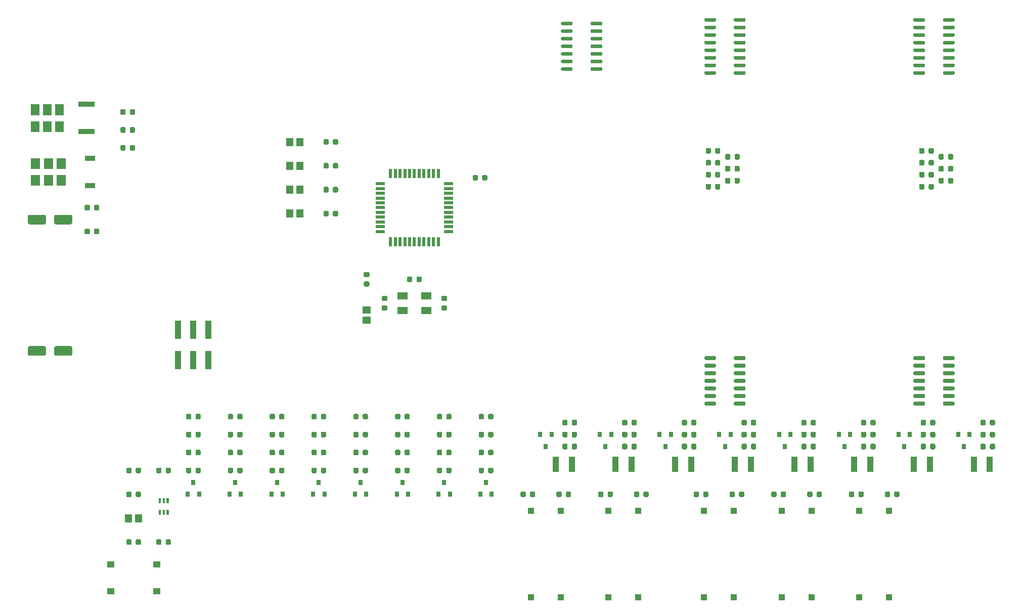
<source format=gbr>
G04 #@! TF.GenerationSoftware,KiCad,Pcbnew,(5.1.8)-1*
G04 #@! TF.CreationDate,2020-12-12T15:17:08+07:00*
G04 #@! TF.ProjectId,digitalSystemBoard,64696769-7461-46c5-9379-7374656d426f,rev?*
G04 #@! TF.SameCoordinates,PX2faf080PY9896800*
G04 #@! TF.FileFunction,Paste,Top*
G04 #@! TF.FilePolarity,Positive*
%FSLAX46Y46*%
G04 Gerber Fmt 4.6, Leading zero omitted, Abs format (unit mm)*
G04 Created by KiCad (PCBNEW (5.1.8)-1) date 2020-12-12 15:17:08*
%MOMM*%
%LPD*%
G01*
G04 APERTURE LIST*
%ADD10C,0.010000*%
%ADD11R,0.800000X0.900000*%
%ADD12R,1.000000X3.150000*%
%ADD13R,1.000000X2.500000*%
%ADD14R,1.730000X0.960000*%
%ADD15R,2.830000X0.970000*%
%ADD16R,1.800000X1.200000*%
%ADD17R,0.550000X1.500000*%
%ADD18R,1.500000X0.550000*%
%ADD19R,1.250000X1.000000*%
%ADD20R,1.000000X1.000000*%
%ADD21R,1.200000X1.470000*%
%ADD22R,1.470000X1.200000*%
G04 APERTURE END LIST*
D10*
G36*
X6395000Y71735000D02*
G01*
X4965000Y71735000D01*
X4965000Y73445000D01*
X6395000Y73445000D01*
X6395000Y71735000D01*
G37*
X6395000Y71735000D02*
X4965000Y71735000D01*
X4965000Y73445000D01*
X6395000Y73445000D01*
X6395000Y71735000D01*
G36*
X4225000Y71735000D02*
G01*
X2795000Y71735000D01*
X2795000Y73445000D01*
X4225000Y73445000D01*
X4225000Y71735000D01*
G37*
X4225000Y71735000D02*
X2795000Y71735000D01*
X2795000Y73445000D01*
X4225000Y73445000D01*
X4225000Y71735000D01*
G36*
X8565000Y71735000D02*
G01*
X7135000Y71735000D01*
X7135000Y73445000D01*
X8565000Y73445000D01*
X8565000Y71735000D01*
G37*
X8565000Y71735000D02*
X7135000Y71735000D01*
X7135000Y73445000D01*
X8565000Y73445000D01*
X8565000Y71735000D01*
G36*
X8565000Y74555000D02*
G01*
X7135000Y74555000D01*
X7135000Y76265000D01*
X8565000Y76265000D01*
X8565000Y74555000D01*
G37*
X8565000Y74555000D02*
X7135000Y74555000D01*
X7135000Y76265000D01*
X8565000Y76265000D01*
X8565000Y74555000D01*
G36*
X6395000Y74555000D02*
G01*
X4965000Y74555000D01*
X4965000Y76265000D01*
X6395000Y76265000D01*
X6395000Y74555000D01*
G37*
X6395000Y74555000D02*
X4965000Y74555000D01*
X4965000Y76265000D01*
X6395000Y76265000D01*
X6395000Y74555000D01*
G36*
X4225000Y74555000D02*
G01*
X2795000Y74555000D01*
X2795000Y76265000D01*
X4225000Y76265000D01*
X4225000Y74555000D01*
G37*
X4225000Y74555000D02*
X2795000Y74555000D01*
X2795000Y76265000D01*
X4225000Y76265000D01*
X4225000Y74555000D01*
G36*
X8175000Y83540000D02*
G01*
X6865000Y83540000D01*
X6865000Y85280000D01*
X8175000Y85280000D01*
X8175000Y83540000D01*
G37*
X8175000Y83540000D02*
X6865000Y83540000D01*
X6865000Y85280000D01*
X8175000Y85280000D01*
X8175000Y83540000D01*
G36*
X4115000Y83540000D02*
G01*
X2805000Y83540000D01*
X2805000Y85280000D01*
X4115000Y85280000D01*
X4115000Y83540000D01*
G37*
X4115000Y83540000D02*
X2805000Y83540000D01*
X2805000Y85280000D01*
X4115000Y85280000D01*
X4115000Y83540000D01*
G36*
X4115000Y80720000D02*
G01*
X2805000Y80720000D01*
X2805000Y82460000D01*
X4115000Y82460000D01*
X4115000Y80720000D01*
G37*
X4115000Y80720000D02*
X2805000Y80720000D01*
X2805000Y82460000D01*
X4115000Y82460000D01*
X4115000Y80720000D01*
G36*
X8175000Y80720000D02*
G01*
X6865000Y80720000D01*
X6865000Y82460000D01*
X8175000Y82460000D01*
X8175000Y80720000D01*
G37*
X8175000Y80720000D02*
X6865000Y80720000D01*
X6865000Y82460000D01*
X8175000Y82460000D01*
X8175000Y80720000D01*
G36*
X6145000Y83540000D02*
G01*
X4835000Y83540000D01*
X4835000Y85280000D01*
X6145000Y85280000D01*
X6145000Y83540000D01*
G37*
X6145000Y83540000D02*
X4835000Y83540000D01*
X4835000Y85280000D01*
X6145000Y85280000D01*
X6145000Y83540000D01*
G36*
X6145000Y80720000D02*
G01*
X4835000Y80720000D01*
X4835000Y82460000D01*
X6145000Y82460000D01*
X6145000Y80720000D01*
G37*
X6145000Y80720000D02*
X4835000Y80720000D01*
X4835000Y82460000D01*
X6145000Y82460000D01*
X6145000Y80720000D01*
G36*
X24198878Y17425000D02*
G01*
X24500000Y17425000D01*
X24500000Y16673140D01*
X24198878Y16673140D01*
X24198878Y17425000D01*
G37*
X24198878Y17425000D02*
X24500000Y17425000D01*
X24500000Y16673140D01*
X24198878Y16673140D01*
X24198878Y17425000D01*
G36*
X24849764Y17425000D02*
G01*
X25150000Y17425000D01*
X25150000Y16672920D01*
X24849764Y16672920D01*
X24849764Y17425000D01*
G37*
X24849764Y17425000D02*
X25150000Y17425000D01*
X25150000Y16672920D01*
X24849764Y16672920D01*
X24849764Y17425000D01*
G36*
X25501185Y17425000D02*
G01*
X25800000Y17425000D01*
X25800000Y16671860D01*
X25501185Y16671860D01*
X25501185Y17425000D01*
G37*
X25501185Y17425000D02*
X25800000Y17425000D01*
X25800000Y16671860D01*
X25501185Y16671860D01*
X25501185Y17425000D01*
G36*
X25501483Y19325000D02*
G01*
X25800000Y19325000D01*
X25800000Y18576706D01*
X25501483Y18576706D01*
X25501483Y19325000D01*
G37*
X25501483Y19325000D02*
X25800000Y19325000D01*
X25800000Y18576706D01*
X25501483Y18576706D01*
X25501483Y19325000D01*
G36*
X24849854Y19325000D02*
G01*
X25150000Y19325000D01*
X25150000Y18575561D01*
X24849854Y18575561D01*
X24849854Y19325000D01*
G37*
X24849854Y19325000D02*
X25150000Y19325000D01*
X25150000Y18575561D01*
X24849854Y18575561D01*
X24849854Y19325000D01*
G36*
X24197179Y19325000D02*
G01*
X24500000Y19325000D01*
X24500000Y18577027D01*
X24197179Y18577027D01*
X24197179Y19325000D01*
G37*
X24197179Y19325000D02*
X24500000Y19325000D01*
X24500000Y18577027D01*
X24197179Y18577027D01*
X24197179Y19325000D01*
G36*
G01*
X116650000Y77756250D02*
X116650000Y77243750D01*
G75*
G02*
X116431250Y77025000I-218750J0D01*
G01*
X115993750Y77025000D01*
G75*
G02*
X115775000Y77243750I0J218750D01*
G01*
X115775000Y77756250D01*
G75*
G02*
X115993750Y77975000I218750J0D01*
G01*
X116431250Y77975000D01*
G75*
G02*
X116650000Y77756250I0J-218750D01*
G01*
G37*
G36*
G01*
X118225000Y77756250D02*
X118225000Y77243750D01*
G75*
G02*
X118006250Y77025000I-218750J0D01*
G01*
X117568750Y77025000D01*
G75*
G02*
X117350000Y77243750I0J218750D01*
G01*
X117350000Y77756250D01*
G75*
G02*
X117568750Y77975000I218750J0D01*
G01*
X118006250Y77975000D01*
G75*
G02*
X118225000Y77756250I0J-218750D01*
G01*
G37*
G36*
G01*
X119900000Y76756250D02*
X119900000Y76243750D01*
G75*
G02*
X119681250Y76025000I-218750J0D01*
G01*
X119243750Y76025000D01*
G75*
G02*
X119025000Y76243750I0J218750D01*
G01*
X119025000Y76756250D01*
G75*
G02*
X119243750Y76975000I218750J0D01*
G01*
X119681250Y76975000D01*
G75*
G02*
X119900000Y76756250I0J-218750D01*
G01*
G37*
G36*
G01*
X121475000Y76756250D02*
X121475000Y76243750D01*
G75*
G02*
X121256250Y76025000I-218750J0D01*
G01*
X120818750Y76025000D01*
G75*
G02*
X120600000Y76243750I0J218750D01*
G01*
X120600000Y76756250D01*
G75*
G02*
X120818750Y76975000I218750J0D01*
G01*
X121256250Y76975000D01*
G75*
G02*
X121475000Y76756250I0J-218750D01*
G01*
G37*
G36*
G01*
X116650000Y71756250D02*
X116650000Y71243750D01*
G75*
G02*
X116431250Y71025000I-218750J0D01*
G01*
X115993750Y71025000D01*
G75*
G02*
X115775000Y71243750I0J218750D01*
G01*
X115775000Y71756250D01*
G75*
G02*
X115993750Y71975000I218750J0D01*
G01*
X116431250Y71975000D01*
G75*
G02*
X116650000Y71756250I0J-218750D01*
G01*
G37*
G36*
G01*
X118225000Y71756250D02*
X118225000Y71243750D01*
G75*
G02*
X118006250Y71025000I-218750J0D01*
G01*
X117568750Y71025000D01*
G75*
G02*
X117350000Y71243750I0J218750D01*
G01*
X117350000Y71756250D01*
G75*
G02*
X117568750Y71975000I218750J0D01*
G01*
X118006250Y71975000D01*
G75*
G02*
X118225000Y71756250I0J-218750D01*
G01*
G37*
G36*
G01*
X119900000Y72756250D02*
X119900000Y72243750D01*
G75*
G02*
X119681250Y72025000I-218750J0D01*
G01*
X119243750Y72025000D01*
G75*
G02*
X119025000Y72243750I0J218750D01*
G01*
X119025000Y72756250D01*
G75*
G02*
X119243750Y72975000I218750J0D01*
G01*
X119681250Y72975000D01*
G75*
G02*
X119900000Y72756250I0J-218750D01*
G01*
G37*
G36*
G01*
X121475000Y72756250D02*
X121475000Y72243750D01*
G75*
G02*
X121256250Y72025000I-218750J0D01*
G01*
X120818750Y72025000D01*
G75*
G02*
X120600000Y72243750I0J218750D01*
G01*
X120600000Y72756250D01*
G75*
G02*
X120818750Y72975000I218750J0D01*
G01*
X121256250Y72975000D01*
G75*
G02*
X121475000Y72756250I0J-218750D01*
G01*
G37*
G36*
G01*
X116650000Y73756250D02*
X116650000Y73243750D01*
G75*
G02*
X116431250Y73025000I-218750J0D01*
G01*
X115993750Y73025000D01*
G75*
G02*
X115775000Y73243750I0J218750D01*
G01*
X115775000Y73756250D01*
G75*
G02*
X115993750Y73975000I218750J0D01*
G01*
X116431250Y73975000D01*
G75*
G02*
X116650000Y73756250I0J-218750D01*
G01*
G37*
G36*
G01*
X118225000Y73756250D02*
X118225000Y73243750D01*
G75*
G02*
X118006250Y73025000I-218750J0D01*
G01*
X117568750Y73025000D01*
G75*
G02*
X117350000Y73243750I0J218750D01*
G01*
X117350000Y73756250D01*
G75*
G02*
X117568750Y73975000I218750J0D01*
G01*
X118006250Y73975000D01*
G75*
G02*
X118225000Y73756250I0J-218750D01*
G01*
G37*
G36*
G01*
X119900000Y74756250D02*
X119900000Y74243750D01*
G75*
G02*
X119681250Y74025000I-218750J0D01*
G01*
X119243750Y74025000D01*
G75*
G02*
X119025000Y74243750I0J218750D01*
G01*
X119025000Y74756250D01*
G75*
G02*
X119243750Y74975000I218750J0D01*
G01*
X119681250Y74975000D01*
G75*
G02*
X119900000Y74756250I0J-218750D01*
G01*
G37*
G36*
G01*
X121475000Y74756250D02*
X121475000Y74243750D01*
G75*
G02*
X121256250Y74025000I-218750J0D01*
G01*
X120818750Y74025000D01*
G75*
G02*
X120600000Y74243750I0J218750D01*
G01*
X120600000Y74756250D01*
G75*
G02*
X120818750Y74975000I218750J0D01*
G01*
X121256250Y74975000D01*
G75*
G02*
X121475000Y74756250I0J-218750D01*
G01*
G37*
G36*
G01*
X116650000Y75756250D02*
X116650000Y75243750D01*
G75*
G02*
X116431250Y75025000I-218750J0D01*
G01*
X115993750Y75025000D01*
G75*
G02*
X115775000Y75243750I0J218750D01*
G01*
X115775000Y75756250D01*
G75*
G02*
X115993750Y75975000I218750J0D01*
G01*
X116431250Y75975000D01*
G75*
G02*
X116650000Y75756250I0J-218750D01*
G01*
G37*
G36*
G01*
X118225000Y75756250D02*
X118225000Y75243750D01*
G75*
G02*
X118006250Y75025000I-218750J0D01*
G01*
X117568750Y75025000D01*
G75*
G02*
X117350000Y75243750I0J218750D01*
G01*
X117350000Y75756250D01*
G75*
G02*
X117568750Y75975000I218750J0D01*
G01*
X118006250Y75975000D01*
G75*
G02*
X118225000Y75756250I0J-218750D01*
G01*
G37*
G36*
G01*
X156350000Y74243750D02*
X156350000Y74756250D01*
G75*
G02*
X156568750Y74975000I218750J0D01*
G01*
X157006250Y74975000D01*
G75*
G02*
X157225000Y74756250I0J-218750D01*
G01*
X157225000Y74243750D01*
G75*
G02*
X157006250Y74025000I-218750J0D01*
G01*
X156568750Y74025000D01*
G75*
G02*
X156350000Y74243750I0J218750D01*
G01*
G37*
G36*
G01*
X154775000Y74243750D02*
X154775000Y74756250D01*
G75*
G02*
X154993750Y74975000I218750J0D01*
G01*
X155431250Y74975000D01*
G75*
G02*
X155650000Y74756250I0J-218750D01*
G01*
X155650000Y74243750D01*
G75*
G02*
X155431250Y74025000I-218750J0D01*
G01*
X154993750Y74025000D01*
G75*
G02*
X154775000Y74243750I0J218750D01*
G01*
G37*
G36*
G01*
X153100000Y75243750D02*
X153100000Y75756250D01*
G75*
G02*
X153318750Y75975000I218750J0D01*
G01*
X153756250Y75975000D01*
G75*
G02*
X153975000Y75756250I0J-218750D01*
G01*
X153975000Y75243750D01*
G75*
G02*
X153756250Y75025000I-218750J0D01*
G01*
X153318750Y75025000D01*
G75*
G02*
X153100000Y75243750I0J218750D01*
G01*
G37*
G36*
G01*
X151525000Y75243750D02*
X151525000Y75756250D01*
G75*
G02*
X151743750Y75975000I218750J0D01*
G01*
X152181250Y75975000D01*
G75*
G02*
X152400000Y75756250I0J-218750D01*
G01*
X152400000Y75243750D01*
G75*
G02*
X152181250Y75025000I-218750J0D01*
G01*
X151743750Y75025000D01*
G75*
G02*
X151525000Y75243750I0J218750D01*
G01*
G37*
G36*
G01*
X153100000Y73243750D02*
X153100000Y73756250D01*
G75*
G02*
X153318750Y73975000I218750J0D01*
G01*
X153756250Y73975000D01*
G75*
G02*
X153975000Y73756250I0J-218750D01*
G01*
X153975000Y73243750D01*
G75*
G02*
X153756250Y73025000I-218750J0D01*
G01*
X153318750Y73025000D01*
G75*
G02*
X153100000Y73243750I0J218750D01*
G01*
G37*
G36*
G01*
X151525000Y73243750D02*
X151525000Y73756250D01*
G75*
G02*
X151743750Y73975000I218750J0D01*
G01*
X152181250Y73975000D01*
G75*
G02*
X152400000Y73756250I0J-218750D01*
G01*
X152400000Y73243750D01*
G75*
G02*
X152181250Y73025000I-218750J0D01*
G01*
X151743750Y73025000D01*
G75*
G02*
X151525000Y73243750I0J218750D01*
G01*
G37*
G36*
G01*
X156350000Y72243750D02*
X156350000Y72756250D01*
G75*
G02*
X156568750Y72975000I218750J0D01*
G01*
X157006250Y72975000D01*
G75*
G02*
X157225000Y72756250I0J-218750D01*
G01*
X157225000Y72243750D01*
G75*
G02*
X157006250Y72025000I-218750J0D01*
G01*
X156568750Y72025000D01*
G75*
G02*
X156350000Y72243750I0J218750D01*
G01*
G37*
G36*
G01*
X154775000Y72243750D02*
X154775000Y72756250D01*
G75*
G02*
X154993750Y72975000I218750J0D01*
G01*
X155431250Y72975000D01*
G75*
G02*
X155650000Y72756250I0J-218750D01*
G01*
X155650000Y72243750D01*
G75*
G02*
X155431250Y72025000I-218750J0D01*
G01*
X154993750Y72025000D01*
G75*
G02*
X154775000Y72243750I0J218750D01*
G01*
G37*
G36*
G01*
X153100000Y71243750D02*
X153100000Y71756250D01*
G75*
G02*
X153318750Y71975000I218750J0D01*
G01*
X153756250Y71975000D01*
G75*
G02*
X153975000Y71756250I0J-218750D01*
G01*
X153975000Y71243750D01*
G75*
G02*
X153756250Y71025000I-218750J0D01*
G01*
X153318750Y71025000D01*
G75*
G02*
X153100000Y71243750I0J218750D01*
G01*
G37*
G36*
G01*
X151525000Y71243750D02*
X151525000Y71756250D01*
G75*
G02*
X151743750Y71975000I218750J0D01*
G01*
X152181250Y71975000D01*
G75*
G02*
X152400000Y71756250I0J-218750D01*
G01*
X152400000Y71243750D01*
G75*
G02*
X152181250Y71025000I-218750J0D01*
G01*
X151743750Y71025000D01*
G75*
G02*
X151525000Y71243750I0J218750D01*
G01*
G37*
G36*
G01*
X153100000Y77243750D02*
X153100000Y77756250D01*
G75*
G02*
X153318750Y77975000I218750J0D01*
G01*
X153756250Y77975000D01*
G75*
G02*
X153975000Y77756250I0J-218750D01*
G01*
X153975000Y77243750D01*
G75*
G02*
X153756250Y77025000I-218750J0D01*
G01*
X153318750Y77025000D01*
G75*
G02*
X153100000Y77243750I0J218750D01*
G01*
G37*
G36*
G01*
X151525000Y77243750D02*
X151525000Y77756250D01*
G75*
G02*
X151743750Y77975000I218750J0D01*
G01*
X152181250Y77975000D01*
G75*
G02*
X152400000Y77756250I0J-218750D01*
G01*
X152400000Y77243750D01*
G75*
G02*
X152181250Y77025000I-218750J0D01*
G01*
X151743750Y77025000D01*
G75*
G02*
X151525000Y77243750I0J218750D01*
G01*
G37*
G36*
G01*
X156350000Y76243750D02*
X156350000Y76756250D01*
G75*
G02*
X156568750Y76975000I218750J0D01*
G01*
X157006250Y76975000D01*
G75*
G02*
X157225000Y76756250I0J-218750D01*
G01*
X157225000Y76243750D01*
G75*
G02*
X157006250Y76025000I-218750J0D01*
G01*
X156568750Y76025000D01*
G75*
G02*
X156350000Y76243750I0J218750D01*
G01*
G37*
G36*
G01*
X154775000Y76243750D02*
X154775000Y76756250D01*
G75*
G02*
X154993750Y76975000I218750J0D01*
G01*
X155431250Y76975000D01*
G75*
G02*
X155650000Y76756250I0J-218750D01*
G01*
X155650000Y76243750D01*
G75*
G02*
X155431250Y76025000I-218750J0D01*
G01*
X154993750Y76025000D01*
G75*
G02*
X154775000Y76243750I0J218750D01*
G01*
G37*
G36*
G01*
X13350000Y63743750D02*
X13350000Y64256250D01*
G75*
G02*
X13568750Y64475000I218750J0D01*
G01*
X14006250Y64475000D01*
G75*
G02*
X14225000Y64256250I0J-218750D01*
G01*
X14225000Y63743750D01*
G75*
G02*
X14006250Y63525000I-218750J0D01*
G01*
X13568750Y63525000D01*
G75*
G02*
X13350000Y63743750I0J218750D01*
G01*
G37*
G36*
G01*
X11775000Y63743750D02*
X11775000Y64256250D01*
G75*
G02*
X11993750Y64475000I218750J0D01*
G01*
X12431250Y64475000D01*
G75*
G02*
X12650000Y64256250I0J-218750D01*
G01*
X12650000Y63743750D01*
G75*
G02*
X12431250Y63525000I-218750J0D01*
G01*
X11993750Y63525000D01*
G75*
G02*
X11775000Y63743750I0J218750D01*
G01*
G37*
D11*
X129000000Y28000000D03*
X128050000Y30000000D03*
X129950000Y30000000D03*
G36*
G01*
X133350000Y29743750D02*
X133350000Y30256250D01*
G75*
G02*
X133568750Y30475000I218750J0D01*
G01*
X134006250Y30475000D01*
G75*
G02*
X134225000Y30256250I0J-218750D01*
G01*
X134225000Y29743750D01*
G75*
G02*
X134006250Y29525000I-218750J0D01*
G01*
X133568750Y29525000D01*
G75*
G02*
X133350000Y29743750I0J218750D01*
G01*
G37*
G36*
G01*
X131775000Y29743750D02*
X131775000Y30256250D01*
G75*
G02*
X131993750Y30475000I218750J0D01*
G01*
X132431250Y30475000D01*
G75*
G02*
X132650000Y30256250I0J-218750D01*
G01*
X132650000Y29743750D01*
G75*
G02*
X132431250Y29525000I-218750J0D01*
G01*
X131993750Y29525000D01*
G75*
G02*
X131775000Y29743750I0J218750D01*
G01*
G37*
G36*
G01*
X132650000Y28256250D02*
X132650000Y27743750D01*
G75*
G02*
X132431250Y27525000I-218750J0D01*
G01*
X131993750Y27525000D01*
G75*
G02*
X131775000Y27743750I0J218750D01*
G01*
X131775000Y28256250D01*
G75*
G02*
X131993750Y28475000I218750J0D01*
G01*
X132431250Y28475000D01*
G75*
G02*
X132650000Y28256250I0J-218750D01*
G01*
G37*
G36*
G01*
X134225000Y28256250D02*
X134225000Y27743750D01*
G75*
G02*
X134006250Y27525000I-218750J0D01*
G01*
X133568750Y27525000D01*
G75*
G02*
X133350000Y27743750I0J218750D01*
G01*
X133350000Y28256250D01*
G75*
G02*
X133568750Y28475000I218750J0D01*
G01*
X134006250Y28475000D01*
G75*
G02*
X134225000Y28256250I0J-218750D01*
G01*
G37*
G36*
G01*
X132650000Y32256250D02*
X132650000Y31743750D01*
G75*
G02*
X132431250Y31525000I-218750J0D01*
G01*
X131993750Y31525000D01*
G75*
G02*
X131775000Y31743750I0J218750D01*
G01*
X131775000Y32256250D01*
G75*
G02*
X131993750Y32475000I218750J0D01*
G01*
X132431250Y32475000D01*
G75*
G02*
X132650000Y32256250I0J-218750D01*
G01*
G37*
G36*
G01*
X134225000Y32256250D02*
X134225000Y31743750D01*
G75*
G02*
X134006250Y31525000I-218750J0D01*
G01*
X133568750Y31525000D01*
G75*
G02*
X133350000Y31743750I0J218750D01*
G01*
X133350000Y32256250D01*
G75*
G02*
X133568750Y32475000I218750J0D01*
G01*
X134006250Y32475000D01*
G75*
G02*
X134225000Y32256250I0J-218750D01*
G01*
G37*
G36*
G01*
X51350000Y23743750D02*
X51350000Y24256250D01*
G75*
G02*
X51568750Y24475000I218750J0D01*
G01*
X52006250Y24475000D01*
G75*
G02*
X52225000Y24256250I0J-218750D01*
G01*
X52225000Y23743750D01*
G75*
G02*
X52006250Y23525000I-218750J0D01*
G01*
X51568750Y23525000D01*
G75*
G02*
X51350000Y23743750I0J218750D01*
G01*
G37*
G36*
G01*
X49775000Y23743750D02*
X49775000Y24256250D01*
G75*
G02*
X49993750Y24475000I218750J0D01*
G01*
X50431250Y24475000D01*
G75*
G02*
X50650000Y24256250I0J-218750D01*
G01*
X50650000Y23743750D01*
G75*
G02*
X50431250Y23525000I-218750J0D01*
G01*
X49993750Y23525000D01*
G75*
G02*
X49775000Y23743750I0J218750D01*
G01*
G37*
G36*
G01*
X51350000Y26743750D02*
X51350000Y27256250D01*
G75*
G02*
X51568750Y27475000I218750J0D01*
G01*
X52006250Y27475000D01*
G75*
G02*
X52225000Y27256250I0J-218750D01*
G01*
X52225000Y26743750D01*
G75*
G02*
X52006250Y26525000I-218750J0D01*
G01*
X51568750Y26525000D01*
G75*
G02*
X51350000Y26743750I0J218750D01*
G01*
G37*
G36*
G01*
X49775000Y26743750D02*
X49775000Y27256250D01*
G75*
G02*
X49993750Y27475000I218750J0D01*
G01*
X50431250Y27475000D01*
G75*
G02*
X50650000Y27256250I0J-218750D01*
G01*
X50650000Y26743750D01*
G75*
G02*
X50431250Y26525000I-218750J0D01*
G01*
X49993750Y26525000D01*
G75*
G02*
X49775000Y26743750I0J218750D01*
G01*
G37*
G36*
G01*
X51350000Y29743750D02*
X51350000Y30256250D01*
G75*
G02*
X51568750Y30475000I218750J0D01*
G01*
X52006250Y30475000D01*
G75*
G02*
X52225000Y30256250I0J-218750D01*
G01*
X52225000Y29743750D01*
G75*
G02*
X52006250Y29525000I-218750J0D01*
G01*
X51568750Y29525000D01*
G75*
G02*
X51350000Y29743750I0J218750D01*
G01*
G37*
G36*
G01*
X49775000Y29743750D02*
X49775000Y30256250D01*
G75*
G02*
X49993750Y30475000I218750J0D01*
G01*
X50431250Y30475000D01*
G75*
G02*
X50650000Y30256250I0J-218750D01*
G01*
X50650000Y29743750D01*
G75*
G02*
X50431250Y29525000I-218750J0D01*
G01*
X49993750Y29525000D01*
G75*
G02*
X49775000Y29743750I0J218750D01*
G01*
G37*
G36*
G01*
X50650000Y33256250D02*
X50650000Y32743750D01*
G75*
G02*
X50431250Y32525000I-218750J0D01*
G01*
X49993750Y32525000D01*
G75*
G02*
X49775000Y32743750I0J218750D01*
G01*
X49775000Y33256250D01*
G75*
G02*
X49993750Y33475000I218750J0D01*
G01*
X50431250Y33475000D01*
G75*
G02*
X50650000Y33256250I0J-218750D01*
G01*
G37*
G36*
G01*
X52225000Y33256250D02*
X52225000Y32743750D01*
G75*
G02*
X52006250Y32525000I-218750J0D01*
G01*
X51568750Y32525000D01*
G75*
G02*
X51350000Y32743750I0J218750D01*
G01*
X51350000Y33256250D01*
G75*
G02*
X51568750Y33475000I218750J0D01*
G01*
X52006250Y33475000D01*
G75*
G02*
X52225000Y33256250I0J-218750D01*
G01*
G37*
X51000000Y22000000D03*
X51950000Y20000000D03*
X50050000Y20000000D03*
D12*
X32540000Y47525000D03*
X32540000Y42475000D03*
X30000000Y47525000D03*
X30000000Y42475000D03*
X27460000Y47525000D03*
X27460000Y42475000D03*
D13*
X93350000Y25000000D03*
X90650000Y25000000D03*
X103350000Y25000000D03*
X100650000Y25000000D03*
X113350000Y25000000D03*
X110650000Y25000000D03*
X123350000Y25000000D03*
X120650000Y25000000D03*
X133350000Y25000000D03*
X130650000Y25000000D03*
X143350000Y25000000D03*
X140650000Y25000000D03*
X153350000Y25000000D03*
X150650000Y25000000D03*
X163350000Y25000000D03*
X160650000Y25000000D03*
G36*
G01*
X30350000Y23743750D02*
X30350000Y24256250D01*
G75*
G02*
X30568750Y24475000I218750J0D01*
G01*
X31006250Y24475000D01*
G75*
G02*
X31225000Y24256250I0J-218750D01*
G01*
X31225000Y23743750D01*
G75*
G02*
X31006250Y23525000I-218750J0D01*
G01*
X30568750Y23525000D01*
G75*
G02*
X30350000Y23743750I0J218750D01*
G01*
G37*
G36*
G01*
X28775000Y23743750D02*
X28775000Y24256250D01*
G75*
G02*
X28993750Y24475000I218750J0D01*
G01*
X29431250Y24475000D01*
G75*
G02*
X29650000Y24256250I0J-218750D01*
G01*
X29650000Y23743750D01*
G75*
G02*
X29431250Y23525000I-218750J0D01*
G01*
X28993750Y23525000D01*
G75*
G02*
X28775000Y23743750I0J218750D01*
G01*
G37*
G36*
G01*
X37350000Y23743750D02*
X37350000Y24256250D01*
G75*
G02*
X37568750Y24475000I218750J0D01*
G01*
X38006250Y24475000D01*
G75*
G02*
X38225000Y24256250I0J-218750D01*
G01*
X38225000Y23743750D01*
G75*
G02*
X38006250Y23525000I-218750J0D01*
G01*
X37568750Y23525000D01*
G75*
G02*
X37350000Y23743750I0J218750D01*
G01*
G37*
G36*
G01*
X35775000Y23743750D02*
X35775000Y24256250D01*
G75*
G02*
X35993750Y24475000I218750J0D01*
G01*
X36431250Y24475000D01*
G75*
G02*
X36650000Y24256250I0J-218750D01*
G01*
X36650000Y23743750D01*
G75*
G02*
X36431250Y23525000I-218750J0D01*
G01*
X35993750Y23525000D01*
G75*
G02*
X35775000Y23743750I0J218750D01*
G01*
G37*
G36*
G01*
X44350000Y23743750D02*
X44350000Y24256250D01*
G75*
G02*
X44568750Y24475000I218750J0D01*
G01*
X45006250Y24475000D01*
G75*
G02*
X45225000Y24256250I0J-218750D01*
G01*
X45225000Y23743750D01*
G75*
G02*
X45006250Y23525000I-218750J0D01*
G01*
X44568750Y23525000D01*
G75*
G02*
X44350000Y23743750I0J218750D01*
G01*
G37*
G36*
G01*
X42775000Y23743750D02*
X42775000Y24256250D01*
G75*
G02*
X42993750Y24475000I218750J0D01*
G01*
X43431250Y24475000D01*
G75*
G02*
X43650000Y24256250I0J-218750D01*
G01*
X43650000Y23743750D01*
G75*
G02*
X43431250Y23525000I-218750J0D01*
G01*
X42993750Y23525000D01*
G75*
G02*
X42775000Y23743750I0J218750D01*
G01*
G37*
G36*
G01*
X58350000Y23743750D02*
X58350000Y24256250D01*
G75*
G02*
X58568750Y24475000I218750J0D01*
G01*
X59006250Y24475000D01*
G75*
G02*
X59225000Y24256250I0J-218750D01*
G01*
X59225000Y23743750D01*
G75*
G02*
X59006250Y23525000I-218750J0D01*
G01*
X58568750Y23525000D01*
G75*
G02*
X58350000Y23743750I0J218750D01*
G01*
G37*
G36*
G01*
X56775000Y23743750D02*
X56775000Y24256250D01*
G75*
G02*
X56993750Y24475000I218750J0D01*
G01*
X57431250Y24475000D01*
G75*
G02*
X57650000Y24256250I0J-218750D01*
G01*
X57650000Y23743750D01*
G75*
G02*
X57431250Y23525000I-218750J0D01*
G01*
X56993750Y23525000D01*
G75*
G02*
X56775000Y23743750I0J218750D01*
G01*
G37*
G36*
G01*
X65350000Y23743750D02*
X65350000Y24256250D01*
G75*
G02*
X65568750Y24475000I218750J0D01*
G01*
X66006250Y24475000D01*
G75*
G02*
X66225000Y24256250I0J-218750D01*
G01*
X66225000Y23743750D01*
G75*
G02*
X66006250Y23525000I-218750J0D01*
G01*
X65568750Y23525000D01*
G75*
G02*
X65350000Y23743750I0J218750D01*
G01*
G37*
G36*
G01*
X63775000Y23743750D02*
X63775000Y24256250D01*
G75*
G02*
X63993750Y24475000I218750J0D01*
G01*
X64431250Y24475000D01*
G75*
G02*
X64650000Y24256250I0J-218750D01*
G01*
X64650000Y23743750D01*
G75*
G02*
X64431250Y23525000I-218750J0D01*
G01*
X63993750Y23525000D01*
G75*
G02*
X63775000Y23743750I0J218750D01*
G01*
G37*
G36*
G01*
X72350000Y23743750D02*
X72350000Y24256250D01*
G75*
G02*
X72568750Y24475000I218750J0D01*
G01*
X73006250Y24475000D01*
G75*
G02*
X73225000Y24256250I0J-218750D01*
G01*
X73225000Y23743750D01*
G75*
G02*
X73006250Y23525000I-218750J0D01*
G01*
X72568750Y23525000D01*
G75*
G02*
X72350000Y23743750I0J218750D01*
G01*
G37*
G36*
G01*
X70775000Y23743750D02*
X70775000Y24256250D01*
G75*
G02*
X70993750Y24475000I218750J0D01*
G01*
X71431250Y24475000D01*
G75*
G02*
X71650000Y24256250I0J-218750D01*
G01*
X71650000Y23743750D01*
G75*
G02*
X71431250Y23525000I-218750J0D01*
G01*
X70993750Y23525000D01*
G75*
G02*
X70775000Y23743750I0J218750D01*
G01*
G37*
G36*
G01*
X79350000Y23743750D02*
X79350000Y24256250D01*
G75*
G02*
X79568750Y24475000I218750J0D01*
G01*
X80006250Y24475000D01*
G75*
G02*
X80225000Y24256250I0J-218750D01*
G01*
X80225000Y23743750D01*
G75*
G02*
X80006250Y23525000I-218750J0D01*
G01*
X79568750Y23525000D01*
G75*
G02*
X79350000Y23743750I0J218750D01*
G01*
G37*
G36*
G01*
X77775000Y23743750D02*
X77775000Y24256250D01*
G75*
G02*
X77993750Y24475000I218750J0D01*
G01*
X78431250Y24475000D01*
G75*
G02*
X78650000Y24256250I0J-218750D01*
G01*
X78650000Y23743750D01*
G75*
G02*
X78431250Y23525000I-218750J0D01*
G01*
X77993750Y23525000D01*
G75*
G02*
X77775000Y23743750I0J218750D01*
G01*
G37*
G36*
G01*
X18650000Y81256250D02*
X18650000Y80743750D01*
G75*
G02*
X18431250Y80525000I-218750J0D01*
G01*
X17993750Y80525000D01*
G75*
G02*
X17775000Y80743750I0J218750D01*
G01*
X17775000Y81256250D01*
G75*
G02*
X17993750Y81475000I218750J0D01*
G01*
X18431250Y81475000D01*
G75*
G02*
X18650000Y81256250I0J-218750D01*
G01*
G37*
G36*
G01*
X20225000Y81256250D02*
X20225000Y80743750D01*
G75*
G02*
X20006250Y80525000I-218750J0D01*
G01*
X19568750Y80525000D01*
G75*
G02*
X19350000Y80743750I0J218750D01*
G01*
X19350000Y81256250D01*
G75*
G02*
X19568750Y81475000I218750J0D01*
G01*
X20006250Y81475000D01*
G75*
G02*
X20225000Y81256250I0J-218750D01*
G01*
G37*
D14*
X12700000Y76285000D03*
X12700000Y71715000D03*
D15*
X12140000Y85290000D03*
X12140000Y80710000D03*
D16*
X69000000Y50800000D03*
X65000000Y50800000D03*
X65000000Y53200000D03*
X69000000Y53200000D03*
G36*
G01*
X152500000Y35340000D02*
X152500000Y35040000D01*
G75*
G02*
X152350000Y34890000I-150000J0D01*
G01*
X150700000Y34890000D01*
G75*
G02*
X150550000Y35040000I0J150000D01*
G01*
X150550000Y35340000D01*
G75*
G02*
X150700000Y35490000I150000J0D01*
G01*
X152350000Y35490000D01*
G75*
G02*
X152500000Y35340000I0J-150000D01*
G01*
G37*
G36*
G01*
X152500000Y36610000D02*
X152500000Y36310000D01*
G75*
G02*
X152350000Y36160000I-150000J0D01*
G01*
X150700000Y36160000D01*
G75*
G02*
X150550000Y36310000I0J150000D01*
G01*
X150550000Y36610000D01*
G75*
G02*
X150700000Y36760000I150000J0D01*
G01*
X152350000Y36760000D01*
G75*
G02*
X152500000Y36610000I0J-150000D01*
G01*
G37*
G36*
G01*
X152500000Y37880000D02*
X152500000Y37580000D01*
G75*
G02*
X152350000Y37430000I-150000J0D01*
G01*
X150700000Y37430000D01*
G75*
G02*
X150550000Y37580000I0J150000D01*
G01*
X150550000Y37880000D01*
G75*
G02*
X150700000Y38030000I150000J0D01*
G01*
X152350000Y38030000D01*
G75*
G02*
X152500000Y37880000I0J-150000D01*
G01*
G37*
G36*
G01*
X152500000Y39150000D02*
X152500000Y38850000D01*
G75*
G02*
X152350000Y38700000I-150000J0D01*
G01*
X150700000Y38700000D01*
G75*
G02*
X150550000Y38850000I0J150000D01*
G01*
X150550000Y39150000D01*
G75*
G02*
X150700000Y39300000I150000J0D01*
G01*
X152350000Y39300000D01*
G75*
G02*
X152500000Y39150000I0J-150000D01*
G01*
G37*
G36*
G01*
X152500000Y40420000D02*
X152500000Y40120000D01*
G75*
G02*
X152350000Y39970000I-150000J0D01*
G01*
X150700000Y39970000D01*
G75*
G02*
X150550000Y40120000I0J150000D01*
G01*
X150550000Y40420000D01*
G75*
G02*
X150700000Y40570000I150000J0D01*
G01*
X152350000Y40570000D01*
G75*
G02*
X152500000Y40420000I0J-150000D01*
G01*
G37*
G36*
G01*
X152500000Y41690000D02*
X152500000Y41390000D01*
G75*
G02*
X152350000Y41240000I-150000J0D01*
G01*
X150700000Y41240000D01*
G75*
G02*
X150550000Y41390000I0J150000D01*
G01*
X150550000Y41690000D01*
G75*
G02*
X150700000Y41840000I150000J0D01*
G01*
X152350000Y41840000D01*
G75*
G02*
X152500000Y41690000I0J-150000D01*
G01*
G37*
G36*
G01*
X152500000Y42960000D02*
X152500000Y42660000D01*
G75*
G02*
X152350000Y42510000I-150000J0D01*
G01*
X150700000Y42510000D01*
G75*
G02*
X150550000Y42660000I0J150000D01*
G01*
X150550000Y42960000D01*
G75*
G02*
X150700000Y43110000I150000J0D01*
G01*
X152350000Y43110000D01*
G75*
G02*
X152500000Y42960000I0J-150000D01*
G01*
G37*
G36*
G01*
X157450000Y42960000D02*
X157450000Y42660000D01*
G75*
G02*
X157300000Y42510000I-150000J0D01*
G01*
X155650000Y42510000D01*
G75*
G02*
X155500000Y42660000I0J150000D01*
G01*
X155500000Y42960000D01*
G75*
G02*
X155650000Y43110000I150000J0D01*
G01*
X157300000Y43110000D01*
G75*
G02*
X157450000Y42960000I0J-150000D01*
G01*
G37*
G36*
G01*
X157450000Y41690000D02*
X157450000Y41390000D01*
G75*
G02*
X157300000Y41240000I-150000J0D01*
G01*
X155650000Y41240000D01*
G75*
G02*
X155500000Y41390000I0J150000D01*
G01*
X155500000Y41690000D01*
G75*
G02*
X155650000Y41840000I150000J0D01*
G01*
X157300000Y41840000D01*
G75*
G02*
X157450000Y41690000I0J-150000D01*
G01*
G37*
G36*
G01*
X157450000Y40420000D02*
X157450000Y40120000D01*
G75*
G02*
X157300000Y39970000I-150000J0D01*
G01*
X155650000Y39970000D01*
G75*
G02*
X155500000Y40120000I0J150000D01*
G01*
X155500000Y40420000D01*
G75*
G02*
X155650000Y40570000I150000J0D01*
G01*
X157300000Y40570000D01*
G75*
G02*
X157450000Y40420000I0J-150000D01*
G01*
G37*
G36*
G01*
X157450000Y39150000D02*
X157450000Y38850000D01*
G75*
G02*
X157300000Y38700000I-150000J0D01*
G01*
X155650000Y38700000D01*
G75*
G02*
X155500000Y38850000I0J150000D01*
G01*
X155500000Y39150000D01*
G75*
G02*
X155650000Y39300000I150000J0D01*
G01*
X157300000Y39300000D01*
G75*
G02*
X157450000Y39150000I0J-150000D01*
G01*
G37*
G36*
G01*
X157450000Y37880000D02*
X157450000Y37580000D01*
G75*
G02*
X157300000Y37430000I-150000J0D01*
G01*
X155650000Y37430000D01*
G75*
G02*
X155500000Y37580000I0J150000D01*
G01*
X155500000Y37880000D01*
G75*
G02*
X155650000Y38030000I150000J0D01*
G01*
X157300000Y38030000D01*
G75*
G02*
X157450000Y37880000I0J-150000D01*
G01*
G37*
G36*
G01*
X157450000Y36610000D02*
X157450000Y36310000D01*
G75*
G02*
X157300000Y36160000I-150000J0D01*
G01*
X155650000Y36160000D01*
G75*
G02*
X155500000Y36310000I0J150000D01*
G01*
X155500000Y36610000D01*
G75*
G02*
X155650000Y36760000I150000J0D01*
G01*
X157300000Y36760000D01*
G75*
G02*
X157450000Y36610000I0J-150000D01*
G01*
G37*
G36*
G01*
X157450000Y35340000D02*
X157450000Y35040000D01*
G75*
G02*
X157300000Y34890000I-150000J0D01*
G01*
X155650000Y34890000D01*
G75*
G02*
X155500000Y35040000I0J150000D01*
G01*
X155500000Y35340000D01*
G75*
G02*
X155650000Y35490000I150000J0D01*
G01*
X157300000Y35490000D01*
G75*
G02*
X157450000Y35340000I0J-150000D01*
G01*
G37*
G36*
G01*
X155500000Y99295000D02*
X155500000Y99595000D01*
G75*
G02*
X155650000Y99745000I150000J0D01*
G01*
X157300000Y99745000D01*
G75*
G02*
X157450000Y99595000I0J-150000D01*
G01*
X157450000Y99295000D01*
G75*
G02*
X157300000Y99145000I-150000J0D01*
G01*
X155650000Y99145000D01*
G75*
G02*
X155500000Y99295000I0J150000D01*
G01*
G37*
G36*
G01*
X155500000Y98025000D02*
X155500000Y98325000D01*
G75*
G02*
X155650000Y98475000I150000J0D01*
G01*
X157300000Y98475000D01*
G75*
G02*
X157450000Y98325000I0J-150000D01*
G01*
X157450000Y98025000D01*
G75*
G02*
X157300000Y97875000I-150000J0D01*
G01*
X155650000Y97875000D01*
G75*
G02*
X155500000Y98025000I0J150000D01*
G01*
G37*
G36*
G01*
X155500000Y96755000D02*
X155500000Y97055000D01*
G75*
G02*
X155650000Y97205000I150000J0D01*
G01*
X157300000Y97205000D01*
G75*
G02*
X157450000Y97055000I0J-150000D01*
G01*
X157450000Y96755000D01*
G75*
G02*
X157300000Y96605000I-150000J0D01*
G01*
X155650000Y96605000D01*
G75*
G02*
X155500000Y96755000I0J150000D01*
G01*
G37*
G36*
G01*
X155500000Y95485000D02*
X155500000Y95785000D01*
G75*
G02*
X155650000Y95935000I150000J0D01*
G01*
X157300000Y95935000D01*
G75*
G02*
X157450000Y95785000I0J-150000D01*
G01*
X157450000Y95485000D01*
G75*
G02*
X157300000Y95335000I-150000J0D01*
G01*
X155650000Y95335000D01*
G75*
G02*
X155500000Y95485000I0J150000D01*
G01*
G37*
G36*
G01*
X155500000Y94215000D02*
X155500000Y94515000D01*
G75*
G02*
X155650000Y94665000I150000J0D01*
G01*
X157300000Y94665000D01*
G75*
G02*
X157450000Y94515000I0J-150000D01*
G01*
X157450000Y94215000D01*
G75*
G02*
X157300000Y94065000I-150000J0D01*
G01*
X155650000Y94065000D01*
G75*
G02*
X155500000Y94215000I0J150000D01*
G01*
G37*
G36*
G01*
X155500000Y92945000D02*
X155500000Y93245000D01*
G75*
G02*
X155650000Y93395000I150000J0D01*
G01*
X157300000Y93395000D01*
G75*
G02*
X157450000Y93245000I0J-150000D01*
G01*
X157450000Y92945000D01*
G75*
G02*
X157300000Y92795000I-150000J0D01*
G01*
X155650000Y92795000D01*
G75*
G02*
X155500000Y92945000I0J150000D01*
G01*
G37*
G36*
G01*
X155500000Y91675000D02*
X155500000Y91975000D01*
G75*
G02*
X155650000Y92125000I150000J0D01*
G01*
X157300000Y92125000D01*
G75*
G02*
X157450000Y91975000I0J-150000D01*
G01*
X157450000Y91675000D01*
G75*
G02*
X157300000Y91525000I-150000J0D01*
G01*
X155650000Y91525000D01*
G75*
G02*
X155500000Y91675000I0J150000D01*
G01*
G37*
G36*
G01*
X155500000Y90405000D02*
X155500000Y90705000D01*
G75*
G02*
X155650000Y90855000I150000J0D01*
G01*
X157300000Y90855000D01*
G75*
G02*
X157450000Y90705000I0J-150000D01*
G01*
X157450000Y90405000D01*
G75*
G02*
X157300000Y90255000I-150000J0D01*
G01*
X155650000Y90255000D01*
G75*
G02*
X155500000Y90405000I0J150000D01*
G01*
G37*
G36*
G01*
X150550000Y90405000D02*
X150550000Y90705000D01*
G75*
G02*
X150700000Y90855000I150000J0D01*
G01*
X152350000Y90855000D01*
G75*
G02*
X152500000Y90705000I0J-150000D01*
G01*
X152500000Y90405000D01*
G75*
G02*
X152350000Y90255000I-150000J0D01*
G01*
X150700000Y90255000D01*
G75*
G02*
X150550000Y90405000I0J150000D01*
G01*
G37*
G36*
G01*
X150550000Y91675000D02*
X150550000Y91975000D01*
G75*
G02*
X150700000Y92125000I150000J0D01*
G01*
X152350000Y92125000D01*
G75*
G02*
X152500000Y91975000I0J-150000D01*
G01*
X152500000Y91675000D01*
G75*
G02*
X152350000Y91525000I-150000J0D01*
G01*
X150700000Y91525000D01*
G75*
G02*
X150550000Y91675000I0J150000D01*
G01*
G37*
G36*
G01*
X150550000Y92945000D02*
X150550000Y93245000D01*
G75*
G02*
X150700000Y93395000I150000J0D01*
G01*
X152350000Y93395000D01*
G75*
G02*
X152500000Y93245000I0J-150000D01*
G01*
X152500000Y92945000D01*
G75*
G02*
X152350000Y92795000I-150000J0D01*
G01*
X150700000Y92795000D01*
G75*
G02*
X150550000Y92945000I0J150000D01*
G01*
G37*
G36*
G01*
X150550000Y94215000D02*
X150550000Y94515000D01*
G75*
G02*
X150700000Y94665000I150000J0D01*
G01*
X152350000Y94665000D01*
G75*
G02*
X152500000Y94515000I0J-150000D01*
G01*
X152500000Y94215000D01*
G75*
G02*
X152350000Y94065000I-150000J0D01*
G01*
X150700000Y94065000D01*
G75*
G02*
X150550000Y94215000I0J150000D01*
G01*
G37*
G36*
G01*
X150550000Y95485000D02*
X150550000Y95785000D01*
G75*
G02*
X150700000Y95935000I150000J0D01*
G01*
X152350000Y95935000D01*
G75*
G02*
X152500000Y95785000I0J-150000D01*
G01*
X152500000Y95485000D01*
G75*
G02*
X152350000Y95335000I-150000J0D01*
G01*
X150700000Y95335000D01*
G75*
G02*
X150550000Y95485000I0J150000D01*
G01*
G37*
G36*
G01*
X150550000Y96755000D02*
X150550000Y97055000D01*
G75*
G02*
X150700000Y97205000I150000J0D01*
G01*
X152350000Y97205000D01*
G75*
G02*
X152500000Y97055000I0J-150000D01*
G01*
X152500000Y96755000D01*
G75*
G02*
X152350000Y96605000I-150000J0D01*
G01*
X150700000Y96605000D01*
G75*
G02*
X150550000Y96755000I0J150000D01*
G01*
G37*
G36*
G01*
X150550000Y98025000D02*
X150550000Y98325000D01*
G75*
G02*
X150700000Y98475000I150000J0D01*
G01*
X152350000Y98475000D01*
G75*
G02*
X152500000Y98325000I0J-150000D01*
G01*
X152500000Y98025000D01*
G75*
G02*
X152350000Y97875000I-150000J0D01*
G01*
X150700000Y97875000D01*
G75*
G02*
X150550000Y98025000I0J150000D01*
G01*
G37*
G36*
G01*
X150550000Y99295000D02*
X150550000Y99595000D01*
G75*
G02*
X150700000Y99745000I150000J0D01*
G01*
X152350000Y99745000D01*
G75*
G02*
X152500000Y99595000I0J-150000D01*
G01*
X152500000Y99295000D01*
G75*
G02*
X152350000Y99145000I-150000J0D01*
G01*
X150700000Y99145000D01*
G75*
G02*
X150550000Y99295000I0J150000D01*
G01*
G37*
G36*
G01*
X117500000Y35340000D02*
X117500000Y35040000D01*
G75*
G02*
X117350000Y34890000I-150000J0D01*
G01*
X115700000Y34890000D01*
G75*
G02*
X115550000Y35040000I0J150000D01*
G01*
X115550000Y35340000D01*
G75*
G02*
X115700000Y35490000I150000J0D01*
G01*
X117350000Y35490000D01*
G75*
G02*
X117500000Y35340000I0J-150000D01*
G01*
G37*
G36*
G01*
X117500000Y36610000D02*
X117500000Y36310000D01*
G75*
G02*
X117350000Y36160000I-150000J0D01*
G01*
X115700000Y36160000D01*
G75*
G02*
X115550000Y36310000I0J150000D01*
G01*
X115550000Y36610000D01*
G75*
G02*
X115700000Y36760000I150000J0D01*
G01*
X117350000Y36760000D01*
G75*
G02*
X117500000Y36610000I0J-150000D01*
G01*
G37*
G36*
G01*
X117500000Y37880000D02*
X117500000Y37580000D01*
G75*
G02*
X117350000Y37430000I-150000J0D01*
G01*
X115700000Y37430000D01*
G75*
G02*
X115550000Y37580000I0J150000D01*
G01*
X115550000Y37880000D01*
G75*
G02*
X115700000Y38030000I150000J0D01*
G01*
X117350000Y38030000D01*
G75*
G02*
X117500000Y37880000I0J-150000D01*
G01*
G37*
G36*
G01*
X117500000Y39150000D02*
X117500000Y38850000D01*
G75*
G02*
X117350000Y38700000I-150000J0D01*
G01*
X115700000Y38700000D01*
G75*
G02*
X115550000Y38850000I0J150000D01*
G01*
X115550000Y39150000D01*
G75*
G02*
X115700000Y39300000I150000J0D01*
G01*
X117350000Y39300000D01*
G75*
G02*
X117500000Y39150000I0J-150000D01*
G01*
G37*
G36*
G01*
X117500000Y40420000D02*
X117500000Y40120000D01*
G75*
G02*
X117350000Y39970000I-150000J0D01*
G01*
X115700000Y39970000D01*
G75*
G02*
X115550000Y40120000I0J150000D01*
G01*
X115550000Y40420000D01*
G75*
G02*
X115700000Y40570000I150000J0D01*
G01*
X117350000Y40570000D01*
G75*
G02*
X117500000Y40420000I0J-150000D01*
G01*
G37*
G36*
G01*
X117500000Y41690000D02*
X117500000Y41390000D01*
G75*
G02*
X117350000Y41240000I-150000J0D01*
G01*
X115700000Y41240000D01*
G75*
G02*
X115550000Y41390000I0J150000D01*
G01*
X115550000Y41690000D01*
G75*
G02*
X115700000Y41840000I150000J0D01*
G01*
X117350000Y41840000D01*
G75*
G02*
X117500000Y41690000I0J-150000D01*
G01*
G37*
G36*
G01*
X117500000Y42960000D02*
X117500000Y42660000D01*
G75*
G02*
X117350000Y42510000I-150000J0D01*
G01*
X115700000Y42510000D01*
G75*
G02*
X115550000Y42660000I0J150000D01*
G01*
X115550000Y42960000D01*
G75*
G02*
X115700000Y43110000I150000J0D01*
G01*
X117350000Y43110000D01*
G75*
G02*
X117500000Y42960000I0J-150000D01*
G01*
G37*
G36*
G01*
X122450000Y42960000D02*
X122450000Y42660000D01*
G75*
G02*
X122300000Y42510000I-150000J0D01*
G01*
X120650000Y42510000D01*
G75*
G02*
X120500000Y42660000I0J150000D01*
G01*
X120500000Y42960000D01*
G75*
G02*
X120650000Y43110000I150000J0D01*
G01*
X122300000Y43110000D01*
G75*
G02*
X122450000Y42960000I0J-150000D01*
G01*
G37*
G36*
G01*
X122450000Y41690000D02*
X122450000Y41390000D01*
G75*
G02*
X122300000Y41240000I-150000J0D01*
G01*
X120650000Y41240000D01*
G75*
G02*
X120500000Y41390000I0J150000D01*
G01*
X120500000Y41690000D01*
G75*
G02*
X120650000Y41840000I150000J0D01*
G01*
X122300000Y41840000D01*
G75*
G02*
X122450000Y41690000I0J-150000D01*
G01*
G37*
G36*
G01*
X122450000Y40420000D02*
X122450000Y40120000D01*
G75*
G02*
X122300000Y39970000I-150000J0D01*
G01*
X120650000Y39970000D01*
G75*
G02*
X120500000Y40120000I0J150000D01*
G01*
X120500000Y40420000D01*
G75*
G02*
X120650000Y40570000I150000J0D01*
G01*
X122300000Y40570000D01*
G75*
G02*
X122450000Y40420000I0J-150000D01*
G01*
G37*
G36*
G01*
X122450000Y39150000D02*
X122450000Y38850000D01*
G75*
G02*
X122300000Y38700000I-150000J0D01*
G01*
X120650000Y38700000D01*
G75*
G02*
X120500000Y38850000I0J150000D01*
G01*
X120500000Y39150000D01*
G75*
G02*
X120650000Y39300000I150000J0D01*
G01*
X122300000Y39300000D01*
G75*
G02*
X122450000Y39150000I0J-150000D01*
G01*
G37*
G36*
G01*
X122450000Y37880000D02*
X122450000Y37580000D01*
G75*
G02*
X122300000Y37430000I-150000J0D01*
G01*
X120650000Y37430000D01*
G75*
G02*
X120500000Y37580000I0J150000D01*
G01*
X120500000Y37880000D01*
G75*
G02*
X120650000Y38030000I150000J0D01*
G01*
X122300000Y38030000D01*
G75*
G02*
X122450000Y37880000I0J-150000D01*
G01*
G37*
G36*
G01*
X122450000Y36610000D02*
X122450000Y36310000D01*
G75*
G02*
X122300000Y36160000I-150000J0D01*
G01*
X120650000Y36160000D01*
G75*
G02*
X120500000Y36310000I0J150000D01*
G01*
X120500000Y36610000D01*
G75*
G02*
X120650000Y36760000I150000J0D01*
G01*
X122300000Y36760000D01*
G75*
G02*
X122450000Y36610000I0J-150000D01*
G01*
G37*
G36*
G01*
X122450000Y35340000D02*
X122450000Y35040000D01*
G75*
G02*
X122300000Y34890000I-150000J0D01*
G01*
X120650000Y34890000D01*
G75*
G02*
X120500000Y35040000I0J150000D01*
G01*
X120500000Y35340000D01*
G75*
G02*
X120650000Y35490000I150000J0D01*
G01*
X122300000Y35490000D01*
G75*
G02*
X122450000Y35340000I0J-150000D01*
G01*
G37*
G36*
G01*
X120500000Y99295000D02*
X120500000Y99595000D01*
G75*
G02*
X120650000Y99745000I150000J0D01*
G01*
X122300000Y99745000D01*
G75*
G02*
X122450000Y99595000I0J-150000D01*
G01*
X122450000Y99295000D01*
G75*
G02*
X122300000Y99145000I-150000J0D01*
G01*
X120650000Y99145000D01*
G75*
G02*
X120500000Y99295000I0J150000D01*
G01*
G37*
G36*
G01*
X120500000Y98025000D02*
X120500000Y98325000D01*
G75*
G02*
X120650000Y98475000I150000J0D01*
G01*
X122300000Y98475000D01*
G75*
G02*
X122450000Y98325000I0J-150000D01*
G01*
X122450000Y98025000D01*
G75*
G02*
X122300000Y97875000I-150000J0D01*
G01*
X120650000Y97875000D01*
G75*
G02*
X120500000Y98025000I0J150000D01*
G01*
G37*
G36*
G01*
X120500000Y96755000D02*
X120500000Y97055000D01*
G75*
G02*
X120650000Y97205000I150000J0D01*
G01*
X122300000Y97205000D01*
G75*
G02*
X122450000Y97055000I0J-150000D01*
G01*
X122450000Y96755000D01*
G75*
G02*
X122300000Y96605000I-150000J0D01*
G01*
X120650000Y96605000D01*
G75*
G02*
X120500000Y96755000I0J150000D01*
G01*
G37*
G36*
G01*
X120500000Y95485000D02*
X120500000Y95785000D01*
G75*
G02*
X120650000Y95935000I150000J0D01*
G01*
X122300000Y95935000D01*
G75*
G02*
X122450000Y95785000I0J-150000D01*
G01*
X122450000Y95485000D01*
G75*
G02*
X122300000Y95335000I-150000J0D01*
G01*
X120650000Y95335000D01*
G75*
G02*
X120500000Y95485000I0J150000D01*
G01*
G37*
G36*
G01*
X120500000Y94215000D02*
X120500000Y94515000D01*
G75*
G02*
X120650000Y94665000I150000J0D01*
G01*
X122300000Y94665000D01*
G75*
G02*
X122450000Y94515000I0J-150000D01*
G01*
X122450000Y94215000D01*
G75*
G02*
X122300000Y94065000I-150000J0D01*
G01*
X120650000Y94065000D01*
G75*
G02*
X120500000Y94215000I0J150000D01*
G01*
G37*
G36*
G01*
X120500000Y92945000D02*
X120500000Y93245000D01*
G75*
G02*
X120650000Y93395000I150000J0D01*
G01*
X122300000Y93395000D01*
G75*
G02*
X122450000Y93245000I0J-150000D01*
G01*
X122450000Y92945000D01*
G75*
G02*
X122300000Y92795000I-150000J0D01*
G01*
X120650000Y92795000D01*
G75*
G02*
X120500000Y92945000I0J150000D01*
G01*
G37*
G36*
G01*
X120500000Y91675000D02*
X120500000Y91975000D01*
G75*
G02*
X120650000Y92125000I150000J0D01*
G01*
X122300000Y92125000D01*
G75*
G02*
X122450000Y91975000I0J-150000D01*
G01*
X122450000Y91675000D01*
G75*
G02*
X122300000Y91525000I-150000J0D01*
G01*
X120650000Y91525000D01*
G75*
G02*
X120500000Y91675000I0J150000D01*
G01*
G37*
G36*
G01*
X120500000Y90405000D02*
X120500000Y90705000D01*
G75*
G02*
X120650000Y90855000I150000J0D01*
G01*
X122300000Y90855000D01*
G75*
G02*
X122450000Y90705000I0J-150000D01*
G01*
X122450000Y90405000D01*
G75*
G02*
X122300000Y90255000I-150000J0D01*
G01*
X120650000Y90255000D01*
G75*
G02*
X120500000Y90405000I0J150000D01*
G01*
G37*
G36*
G01*
X115550000Y90405000D02*
X115550000Y90705000D01*
G75*
G02*
X115700000Y90855000I150000J0D01*
G01*
X117350000Y90855000D01*
G75*
G02*
X117500000Y90705000I0J-150000D01*
G01*
X117500000Y90405000D01*
G75*
G02*
X117350000Y90255000I-150000J0D01*
G01*
X115700000Y90255000D01*
G75*
G02*
X115550000Y90405000I0J150000D01*
G01*
G37*
G36*
G01*
X115550000Y91675000D02*
X115550000Y91975000D01*
G75*
G02*
X115700000Y92125000I150000J0D01*
G01*
X117350000Y92125000D01*
G75*
G02*
X117500000Y91975000I0J-150000D01*
G01*
X117500000Y91675000D01*
G75*
G02*
X117350000Y91525000I-150000J0D01*
G01*
X115700000Y91525000D01*
G75*
G02*
X115550000Y91675000I0J150000D01*
G01*
G37*
G36*
G01*
X115550000Y92945000D02*
X115550000Y93245000D01*
G75*
G02*
X115700000Y93395000I150000J0D01*
G01*
X117350000Y93395000D01*
G75*
G02*
X117500000Y93245000I0J-150000D01*
G01*
X117500000Y92945000D01*
G75*
G02*
X117350000Y92795000I-150000J0D01*
G01*
X115700000Y92795000D01*
G75*
G02*
X115550000Y92945000I0J150000D01*
G01*
G37*
G36*
G01*
X115550000Y94215000D02*
X115550000Y94515000D01*
G75*
G02*
X115700000Y94665000I150000J0D01*
G01*
X117350000Y94665000D01*
G75*
G02*
X117500000Y94515000I0J-150000D01*
G01*
X117500000Y94215000D01*
G75*
G02*
X117350000Y94065000I-150000J0D01*
G01*
X115700000Y94065000D01*
G75*
G02*
X115550000Y94215000I0J150000D01*
G01*
G37*
G36*
G01*
X115550000Y95485000D02*
X115550000Y95785000D01*
G75*
G02*
X115700000Y95935000I150000J0D01*
G01*
X117350000Y95935000D01*
G75*
G02*
X117500000Y95785000I0J-150000D01*
G01*
X117500000Y95485000D01*
G75*
G02*
X117350000Y95335000I-150000J0D01*
G01*
X115700000Y95335000D01*
G75*
G02*
X115550000Y95485000I0J150000D01*
G01*
G37*
G36*
G01*
X115550000Y96755000D02*
X115550000Y97055000D01*
G75*
G02*
X115700000Y97205000I150000J0D01*
G01*
X117350000Y97205000D01*
G75*
G02*
X117500000Y97055000I0J-150000D01*
G01*
X117500000Y96755000D01*
G75*
G02*
X117350000Y96605000I-150000J0D01*
G01*
X115700000Y96605000D01*
G75*
G02*
X115550000Y96755000I0J150000D01*
G01*
G37*
G36*
G01*
X115550000Y98025000D02*
X115550000Y98325000D01*
G75*
G02*
X115700000Y98475000I150000J0D01*
G01*
X117350000Y98475000D01*
G75*
G02*
X117500000Y98325000I0J-150000D01*
G01*
X117500000Y98025000D01*
G75*
G02*
X117350000Y97875000I-150000J0D01*
G01*
X115700000Y97875000D01*
G75*
G02*
X115550000Y98025000I0J150000D01*
G01*
G37*
G36*
G01*
X115550000Y99295000D02*
X115550000Y99595000D01*
G75*
G02*
X115700000Y99745000I150000J0D01*
G01*
X117350000Y99745000D01*
G75*
G02*
X117500000Y99595000I0J-150000D01*
G01*
X117500000Y99295000D01*
G75*
G02*
X117350000Y99145000I-150000J0D01*
G01*
X115700000Y99145000D01*
G75*
G02*
X115550000Y99295000I0J150000D01*
G01*
G37*
D17*
X63000000Y73700000D03*
X63800000Y73700000D03*
X64600000Y73700000D03*
X65400000Y73700000D03*
X66200000Y73700000D03*
X67000000Y73700000D03*
X67800000Y73700000D03*
X68600000Y73700000D03*
X69400000Y73700000D03*
X70200000Y73700000D03*
X71000000Y73700000D03*
D18*
X72700000Y72000000D03*
X72700000Y71200000D03*
X72700000Y70400000D03*
X72700000Y69600000D03*
X72700000Y68800000D03*
X72700000Y68000000D03*
X72700000Y67200000D03*
X72700000Y66400000D03*
X72700000Y65600000D03*
X72700000Y64800000D03*
X72700000Y64000000D03*
D17*
X71000000Y62300000D03*
X70200000Y62300000D03*
X69400000Y62300000D03*
X68600000Y62300000D03*
X67800000Y62300000D03*
X67000000Y62300000D03*
X66200000Y62300000D03*
X65400000Y62300000D03*
X64600000Y62300000D03*
X63800000Y62300000D03*
X63000000Y62300000D03*
D18*
X61300000Y64000000D03*
X61300000Y64800000D03*
X61300000Y65600000D03*
X61300000Y66400000D03*
X61300000Y67200000D03*
X61300000Y68000000D03*
X61300000Y68800000D03*
X61300000Y69600000D03*
X61300000Y70400000D03*
X61300000Y71200000D03*
X61300000Y72000000D03*
G36*
G01*
X93500000Y91340000D02*
X93500000Y91040000D01*
G75*
G02*
X93350000Y90890000I-150000J0D01*
G01*
X91700000Y90890000D01*
G75*
G02*
X91550000Y91040000I0J150000D01*
G01*
X91550000Y91340000D01*
G75*
G02*
X91700000Y91490000I150000J0D01*
G01*
X93350000Y91490000D01*
G75*
G02*
X93500000Y91340000I0J-150000D01*
G01*
G37*
G36*
G01*
X93500000Y92610000D02*
X93500000Y92310000D01*
G75*
G02*
X93350000Y92160000I-150000J0D01*
G01*
X91700000Y92160000D01*
G75*
G02*
X91550000Y92310000I0J150000D01*
G01*
X91550000Y92610000D01*
G75*
G02*
X91700000Y92760000I150000J0D01*
G01*
X93350000Y92760000D01*
G75*
G02*
X93500000Y92610000I0J-150000D01*
G01*
G37*
G36*
G01*
X93500000Y93880000D02*
X93500000Y93580000D01*
G75*
G02*
X93350000Y93430000I-150000J0D01*
G01*
X91700000Y93430000D01*
G75*
G02*
X91550000Y93580000I0J150000D01*
G01*
X91550000Y93880000D01*
G75*
G02*
X91700000Y94030000I150000J0D01*
G01*
X93350000Y94030000D01*
G75*
G02*
X93500000Y93880000I0J-150000D01*
G01*
G37*
G36*
G01*
X93500000Y95150000D02*
X93500000Y94850000D01*
G75*
G02*
X93350000Y94700000I-150000J0D01*
G01*
X91700000Y94700000D01*
G75*
G02*
X91550000Y94850000I0J150000D01*
G01*
X91550000Y95150000D01*
G75*
G02*
X91700000Y95300000I150000J0D01*
G01*
X93350000Y95300000D01*
G75*
G02*
X93500000Y95150000I0J-150000D01*
G01*
G37*
G36*
G01*
X93500000Y96420000D02*
X93500000Y96120000D01*
G75*
G02*
X93350000Y95970000I-150000J0D01*
G01*
X91700000Y95970000D01*
G75*
G02*
X91550000Y96120000I0J150000D01*
G01*
X91550000Y96420000D01*
G75*
G02*
X91700000Y96570000I150000J0D01*
G01*
X93350000Y96570000D01*
G75*
G02*
X93500000Y96420000I0J-150000D01*
G01*
G37*
G36*
G01*
X93500000Y97690000D02*
X93500000Y97390000D01*
G75*
G02*
X93350000Y97240000I-150000J0D01*
G01*
X91700000Y97240000D01*
G75*
G02*
X91550000Y97390000I0J150000D01*
G01*
X91550000Y97690000D01*
G75*
G02*
X91700000Y97840000I150000J0D01*
G01*
X93350000Y97840000D01*
G75*
G02*
X93500000Y97690000I0J-150000D01*
G01*
G37*
G36*
G01*
X93500000Y98960000D02*
X93500000Y98660000D01*
G75*
G02*
X93350000Y98510000I-150000J0D01*
G01*
X91700000Y98510000D01*
G75*
G02*
X91550000Y98660000I0J150000D01*
G01*
X91550000Y98960000D01*
G75*
G02*
X91700000Y99110000I150000J0D01*
G01*
X93350000Y99110000D01*
G75*
G02*
X93500000Y98960000I0J-150000D01*
G01*
G37*
G36*
G01*
X98450000Y98960000D02*
X98450000Y98660000D01*
G75*
G02*
X98300000Y98510000I-150000J0D01*
G01*
X96650000Y98510000D01*
G75*
G02*
X96500000Y98660000I0J150000D01*
G01*
X96500000Y98960000D01*
G75*
G02*
X96650000Y99110000I150000J0D01*
G01*
X98300000Y99110000D01*
G75*
G02*
X98450000Y98960000I0J-150000D01*
G01*
G37*
G36*
G01*
X98450000Y97690000D02*
X98450000Y97390000D01*
G75*
G02*
X98300000Y97240000I-150000J0D01*
G01*
X96650000Y97240000D01*
G75*
G02*
X96500000Y97390000I0J150000D01*
G01*
X96500000Y97690000D01*
G75*
G02*
X96650000Y97840000I150000J0D01*
G01*
X98300000Y97840000D01*
G75*
G02*
X98450000Y97690000I0J-150000D01*
G01*
G37*
G36*
G01*
X98450000Y96420000D02*
X98450000Y96120000D01*
G75*
G02*
X98300000Y95970000I-150000J0D01*
G01*
X96650000Y95970000D01*
G75*
G02*
X96500000Y96120000I0J150000D01*
G01*
X96500000Y96420000D01*
G75*
G02*
X96650000Y96570000I150000J0D01*
G01*
X98300000Y96570000D01*
G75*
G02*
X98450000Y96420000I0J-150000D01*
G01*
G37*
G36*
G01*
X98450000Y95150000D02*
X98450000Y94850000D01*
G75*
G02*
X98300000Y94700000I-150000J0D01*
G01*
X96650000Y94700000D01*
G75*
G02*
X96500000Y94850000I0J150000D01*
G01*
X96500000Y95150000D01*
G75*
G02*
X96650000Y95300000I150000J0D01*
G01*
X98300000Y95300000D01*
G75*
G02*
X98450000Y95150000I0J-150000D01*
G01*
G37*
G36*
G01*
X98450000Y93880000D02*
X98450000Y93580000D01*
G75*
G02*
X98300000Y93430000I-150000J0D01*
G01*
X96650000Y93430000D01*
G75*
G02*
X96500000Y93580000I0J150000D01*
G01*
X96500000Y93880000D01*
G75*
G02*
X96650000Y94030000I150000J0D01*
G01*
X98300000Y94030000D01*
G75*
G02*
X98450000Y93880000I0J-150000D01*
G01*
G37*
G36*
G01*
X98450000Y92610000D02*
X98450000Y92310000D01*
G75*
G02*
X98300000Y92160000I-150000J0D01*
G01*
X96650000Y92160000D01*
G75*
G02*
X96500000Y92310000I0J150000D01*
G01*
X96500000Y92610000D01*
G75*
G02*
X96650000Y92760000I150000J0D01*
G01*
X98300000Y92760000D01*
G75*
G02*
X98450000Y92610000I0J-150000D01*
G01*
G37*
G36*
G01*
X98450000Y91340000D02*
X98450000Y91040000D01*
G75*
G02*
X98300000Y90890000I-150000J0D01*
G01*
X96650000Y90890000D01*
G75*
G02*
X96500000Y91040000I0J150000D01*
G01*
X96500000Y91340000D01*
G75*
G02*
X96650000Y91490000I150000J0D01*
G01*
X98300000Y91490000D01*
G75*
G02*
X98450000Y91340000I0J-150000D01*
G01*
G37*
D19*
X23875000Y3750000D03*
X23875000Y8250000D03*
X16125000Y3750000D03*
X16125000Y8250000D03*
G36*
G01*
X66650000Y56256250D02*
X66650000Y55743750D01*
G75*
G02*
X66431250Y55525000I-218750J0D01*
G01*
X65993750Y55525000D01*
G75*
G02*
X65775000Y55743750I0J218750D01*
G01*
X65775000Y56256250D01*
G75*
G02*
X65993750Y56475000I218750J0D01*
G01*
X66431250Y56475000D01*
G75*
G02*
X66650000Y56256250I0J-218750D01*
G01*
G37*
G36*
G01*
X68225000Y56256250D02*
X68225000Y55743750D01*
G75*
G02*
X68006250Y55525000I-218750J0D01*
G01*
X67568750Y55525000D01*
G75*
G02*
X67350000Y55743750I0J218750D01*
G01*
X67350000Y56256250D01*
G75*
G02*
X67568750Y56475000I218750J0D01*
G01*
X68006250Y56475000D01*
G75*
G02*
X68225000Y56256250I0J-218750D01*
G01*
G37*
G36*
G01*
X77650000Y73256250D02*
X77650000Y72743750D01*
G75*
G02*
X77431250Y72525000I-218750J0D01*
G01*
X76993750Y72525000D01*
G75*
G02*
X76775000Y72743750I0J218750D01*
G01*
X76775000Y73256250D01*
G75*
G02*
X76993750Y73475000I218750J0D01*
G01*
X77431250Y73475000D01*
G75*
G02*
X77650000Y73256250I0J-218750D01*
G01*
G37*
G36*
G01*
X79225000Y73256250D02*
X79225000Y72743750D01*
G75*
G02*
X79006250Y72525000I-218750J0D01*
G01*
X78568750Y72525000D01*
G75*
G02*
X78350000Y72743750I0J218750D01*
G01*
X78350000Y73256250D01*
G75*
G02*
X78568750Y73475000I218750J0D01*
G01*
X79006250Y73475000D01*
G75*
G02*
X79225000Y73256250I0J-218750D01*
G01*
G37*
G36*
G01*
X25350000Y23743750D02*
X25350000Y24256250D01*
G75*
G02*
X25568750Y24475000I218750J0D01*
G01*
X26006250Y24475000D01*
G75*
G02*
X26225000Y24256250I0J-218750D01*
G01*
X26225000Y23743750D01*
G75*
G02*
X26006250Y23525000I-218750J0D01*
G01*
X25568750Y23525000D01*
G75*
G02*
X25350000Y23743750I0J218750D01*
G01*
G37*
G36*
G01*
X23775000Y23743750D02*
X23775000Y24256250D01*
G75*
G02*
X23993750Y24475000I218750J0D01*
G01*
X24431250Y24475000D01*
G75*
G02*
X24650000Y24256250I0J-218750D01*
G01*
X24650000Y23743750D01*
G75*
G02*
X24431250Y23525000I-218750J0D01*
G01*
X23993750Y23525000D01*
G75*
G02*
X23775000Y23743750I0J218750D01*
G01*
G37*
G36*
G01*
X19650000Y20256250D02*
X19650000Y19743750D01*
G75*
G02*
X19431250Y19525000I-218750J0D01*
G01*
X18993750Y19525000D01*
G75*
G02*
X18775000Y19743750I0J218750D01*
G01*
X18775000Y20256250D01*
G75*
G02*
X18993750Y20475000I218750J0D01*
G01*
X19431250Y20475000D01*
G75*
G02*
X19650000Y20256250I0J-218750D01*
G01*
G37*
G36*
G01*
X21225000Y20256250D02*
X21225000Y19743750D01*
G75*
G02*
X21006250Y19525000I-218750J0D01*
G01*
X20568750Y19525000D01*
G75*
G02*
X20350000Y19743750I0J218750D01*
G01*
X20350000Y20256250D01*
G75*
G02*
X20568750Y20475000I218750J0D01*
G01*
X21006250Y20475000D01*
G75*
G02*
X21225000Y20256250I0J-218750D01*
G01*
G37*
G36*
G01*
X19650000Y24256250D02*
X19650000Y23743750D01*
G75*
G02*
X19431250Y23525000I-218750J0D01*
G01*
X18993750Y23525000D01*
G75*
G02*
X18775000Y23743750I0J218750D01*
G01*
X18775000Y24256250D01*
G75*
G02*
X18993750Y24475000I218750J0D01*
G01*
X19431250Y24475000D01*
G75*
G02*
X19650000Y24256250I0J-218750D01*
G01*
G37*
G36*
G01*
X21225000Y24256250D02*
X21225000Y23743750D01*
G75*
G02*
X21006250Y23525000I-218750J0D01*
G01*
X20568750Y23525000D01*
G75*
G02*
X20350000Y23743750I0J218750D01*
G01*
X20350000Y24256250D01*
G75*
G02*
X20568750Y24475000I218750J0D01*
G01*
X21006250Y24475000D01*
G75*
G02*
X21225000Y24256250I0J-218750D01*
G01*
G37*
G36*
G01*
X19650000Y12256250D02*
X19650000Y11743750D01*
G75*
G02*
X19431250Y11525000I-218750J0D01*
G01*
X18993750Y11525000D01*
G75*
G02*
X18775000Y11743750I0J218750D01*
G01*
X18775000Y12256250D01*
G75*
G02*
X18993750Y12475000I218750J0D01*
G01*
X19431250Y12475000D01*
G75*
G02*
X19650000Y12256250I0J-218750D01*
G01*
G37*
G36*
G01*
X21225000Y12256250D02*
X21225000Y11743750D01*
G75*
G02*
X21006250Y11525000I-218750J0D01*
G01*
X20568750Y11525000D01*
G75*
G02*
X20350000Y11743750I0J218750D01*
G01*
X20350000Y12256250D01*
G75*
G02*
X20568750Y12475000I218750J0D01*
G01*
X21006250Y12475000D01*
G75*
G02*
X21225000Y12256250I0J-218750D01*
G01*
G37*
G36*
G01*
X147350000Y19743750D02*
X147350000Y20256250D01*
G75*
G02*
X147568750Y20475000I218750J0D01*
G01*
X148006250Y20475000D01*
G75*
G02*
X148225000Y20256250I0J-218750D01*
G01*
X148225000Y19743750D01*
G75*
G02*
X148006250Y19525000I-218750J0D01*
G01*
X147568750Y19525000D01*
G75*
G02*
X147350000Y19743750I0J218750D01*
G01*
G37*
G36*
G01*
X145775000Y19743750D02*
X145775000Y20256250D01*
G75*
G02*
X145993750Y20475000I218750J0D01*
G01*
X146431250Y20475000D01*
G75*
G02*
X146650000Y20256250I0J-218750D01*
G01*
X146650000Y19743750D01*
G75*
G02*
X146431250Y19525000I-218750J0D01*
G01*
X145993750Y19525000D01*
G75*
G02*
X145775000Y19743750I0J218750D01*
G01*
G37*
G36*
G01*
X134350000Y19743750D02*
X134350000Y20256250D01*
G75*
G02*
X134568750Y20475000I218750J0D01*
G01*
X135006250Y20475000D01*
G75*
G02*
X135225000Y20256250I0J-218750D01*
G01*
X135225000Y19743750D01*
G75*
G02*
X135006250Y19525000I-218750J0D01*
G01*
X134568750Y19525000D01*
G75*
G02*
X134350000Y19743750I0J218750D01*
G01*
G37*
G36*
G01*
X132775000Y19743750D02*
X132775000Y20256250D01*
G75*
G02*
X132993750Y20475000I218750J0D01*
G01*
X133431250Y20475000D01*
G75*
G02*
X133650000Y20256250I0J-218750D01*
G01*
X133650000Y19743750D01*
G75*
G02*
X133431250Y19525000I-218750J0D01*
G01*
X132993750Y19525000D01*
G75*
G02*
X132775000Y19743750I0J218750D01*
G01*
G37*
G36*
G01*
X121350000Y19743750D02*
X121350000Y20256250D01*
G75*
G02*
X121568750Y20475000I218750J0D01*
G01*
X122006250Y20475000D01*
G75*
G02*
X122225000Y20256250I0J-218750D01*
G01*
X122225000Y19743750D01*
G75*
G02*
X122006250Y19525000I-218750J0D01*
G01*
X121568750Y19525000D01*
G75*
G02*
X121350000Y19743750I0J218750D01*
G01*
G37*
G36*
G01*
X119775000Y19743750D02*
X119775000Y20256250D01*
G75*
G02*
X119993750Y20475000I218750J0D01*
G01*
X120431250Y20475000D01*
G75*
G02*
X120650000Y20256250I0J-218750D01*
G01*
X120650000Y19743750D01*
G75*
G02*
X120431250Y19525000I-218750J0D01*
G01*
X119993750Y19525000D01*
G75*
G02*
X119775000Y19743750I0J218750D01*
G01*
G37*
G36*
G01*
X92350000Y19743750D02*
X92350000Y20256250D01*
G75*
G02*
X92568750Y20475000I218750J0D01*
G01*
X93006250Y20475000D01*
G75*
G02*
X93225000Y20256250I0J-218750D01*
G01*
X93225000Y19743750D01*
G75*
G02*
X93006250Y19525000I-218750J0D01*
G01*
X92568750Y19525000D01*
G75*
G02*
X92350000Y19743750I0J218750D01*
G01*
G37*
G36*
G01*
X90775000Y19743750D02*
X90775000Y20256250D01*
G75*
G02*
X90993750Y20475000I218750J0D01*
G01*
X91431250Y20475000D01*
G75*
G02*
X91650000Y20256250I0J-218750D01*
G01*
X91650000Y19743750D01*
G75*
G02*
X91431250Y19525000I-218750J0D01*
G01*
X90993750Y19525000D01*
G75*
G02*
X90775000Y19743750I0J218750D01*
G01*
G37*
G36*
G01*
X105350000Y19743750D02*
X105350000Y20256250D01*
G75*
G02*
X105568750Y20475000I218750J0D01*
G01*
X106006250Y20475000D01*
G75*
G02*
X106225000Y20256250I0J-218750D01*
G01*
X106225000Y19743750D01*
G75*
G02*
X106006250Y19525000I-218750J0D01*
G01*
X105568750Y19525000D01*
G75*
G02*
X105350000Y19743750I0J218750D01*
G01*
G37*
G36*
G01*
X103775000Y19743750D02*
X103775000Y20256250D01*
G75*
G02*
X103993750Y20475000I218750J0D01*
G01*
X104431250Y20475000D01*
G75*
G02*
X104650000Y20256250I0J-218750D01*
G01*
X104650000Y19743750D01*
G75*
G02*
X104431250Y19525000I-218750J0D01*
G01*
X103993750Y19525000D01*
G75*
G02*
X103775000Y19743750I0J218750D01*
G01*
G37*
G36*
G01*
X30350000Y26743750D02*
X30350000Y27256250D01*
G75*
G02*
X30568750Y27475000I218750J0D01*
G01*
X31006250Y27475000D01*
G75*
G02*
X31225000Y27256250I0J-218750D01*
G01*
X31225000Y26743750D01*
G75*
G02*
X31006250Y26525000I-218750J0D01*
G01*
X30568750Y26525000D01*
G75*
G02*
X30350000Y26743750I0J218750D01*
G01*
G37*
G36*
G01*
X28775000Y26743750D02*
X28775000Y27256250D01*
G75*
G02*
X28993750Y27475000I218750J0D01*
G01*
X29431250Y27475000D01*
G75*
G02*
X29650000Y27256250I0J-218750D01*
G01*
X29650000Y26743750D01*
G75*
G02*
X29431250Y26525000I-218750J0D01*
G01*
X28993750Y26525000D01*
G75*
G02*
X28775000Y26743750I0J218750D01*
G01*
G37*
G36*
G01*
X29650000Y33256250D02*
X29650000Y32743750D01*
G75*
G02*
X29431250Y32525000I-218750J0D01*
G01*
X28993750Y32525000D01*
G75*
G02*
X28775000Y32743750I0J218750D01*
G01*
X28775000Y33256250D01*
G75*
G02*
X28993750Y33475000I218750J0D01*
G01*
X29431250Y33475000D01*
G75*
G02*
X29650000Y33256250I0J-218750D01*
G01*
G37*
G36*
G01*
X31225000Y33256250D02*
X31225000Y32743750D01*
G75*
G02*
X31006250Y32525000I-218750J0D01*
G01*
X30568750Y32525000D01*
G75*
G02*
X30350000Y32743750I0J218750D01*
G01*
X30350000Y33256250D01*
G75*
G02*
X30568750Y33475000I218750J0D01*
G01*
X31006250Y33475000D01*
G75*
G02*
X31225000Y33256250I0J-218750D01*
G01*
G37*
G36*
G01*
X30350000Y29743750D02*
X30350000Y30256250D01*
G75*
G02*
X30568750Y30475000I218750J0D01*
G01*
X31006250Y30475000D01*
G75*
G02*
X31225000Y30256250I0J-218750D01*
G01*
X31225000Y29743750D01*
G75*
G02*
X31006250Y29525000I-218750J0D01*
G01*
X30568750Y29525000D01*
G75*
G02*
X30350000Y29743750I0J218750D01*
G01*
G37*
G36*
G01*
X28775000Y29743750D02*
X28775000Y30256250D01*
G75*
G02*
X28993750Y30475000I218750J0D01*
G01*
X29431250Y30475000D01*
G75*
G02*
X29650000Y30256250I0J-218750D01*
G01*
X29650000Y29743750D01*
G75*
G02*
X29431250Y29525000I-218750J0D01*
G01*
X28993750Y29525000D01*
G75*
G02*
X28775000Y29743750I0J218750D01*
G01*
G37*
G36*
G01*
X37350000Y26743750D02*
X37350000Y27256250D01*
G75*
G02*
X37568750Y27475000I218750J0D01*
G01*
X38006250Y27475000D01*
G75*
G02*
X38225000Y27256250I0J-218750D01*
G01*
X38225000Y26743750D01*
G75*
G02*
X38006250Y26525000I-218750J0D01*
G01*
X37568750Y26525000D01*
G75*
G02*
X37350000Y26743750I0J218750D01*
G01*
G37*
G36*
G01*
X35775000Y26743750D02*
X35775000Y27256250D01*
G75*
G02*
X35993750Y27475000I218750J0D01*
G01*
X36431250Y27475000D01*
G75*
G02*
X36650000Y27256250I0J-218750D01*
G01*
X36650000Y26743750D01*
G75*
G02*
X36431250Y26525000I-218750J0D01*
G01*
X35993750Y26525000D01*
G75*
G02*
X35775000Y26743750I0J218750D01*
G01*
G37*
G36*
G01*
X36650000Y33256250D02*
X36650000Y32743750D01*
G75*
G02*
X36431250Y32525000I-218750J0D01*
G01*
X35993750Y32525000D01*
G75*
G02*
X35775000Y32743750I0J218750D01*
G01*
X35775000Y33256250D01*
G75*
G02*
X35993750Y33475000I218750J0D01*
G01*
X36431250Y33475000D01*
G75*
G02*
X36650000Y33256250I0J-218750D01*
G01*
G37*
G36*
G01*
X38225000Y33256250D02*
X38225000Y32743750D01*
G75*
G02*
X38006250Y32525000I-218750J0D01*
G01*
X37568750Y32525000D01*
G75*
G02*
X37350000Y32743750I0J218750D01*
G01*
X37350000Y33256250D01*
G75*
G02*
X37568750Y33475000I218750J0D01*
G01*
X38006250Y33475000D01*
G75*
G02*
X38225000Y33256250I0J-218750D01*
G01*
G37*
G36*
G01*
X37350000Y29743750D02*
X37350000Y30256250D01*
G75*
G02*
X37568750Y30475000I218750J0D01*
G01*
X38006250Y30475000D01*
G75*
G02*
X38225000Y30256250I0J-218750D01*
G01*
X38225000Y29743750D01*
G75*
G02*
X38006250Y29525000I-218750J0D01*
G01*
X37568750Y29525000D01*
G75*
G02*
X37350000Y29743750I0J218750D01*
G01*
G37*
G36*
G01*
X35775000Y29743750D02*
X35775000Y30256250D01*
G75*
G02*
X35993750Y30475000I218750J0D01*
G01*
X36431250Y30475000D01*
G75*
G02*
X36650000Y30256250I0J-218750D01*
G01*
X36650000Y29743750D01*
G75*
G02*
X36431250Y29525000I-218750J0D01*
G01*
X35993750Y29525000D01*
G75*
G02*
X35775000Y29743750I0J218750D01*
G01*
G37*
G36*
G01*
X44350000Y26743750D02*
X44350000Y27256250D01*
G75*
G02*
X44568750Y27475000I218750J0D01*
G01*
X45006250Y27475000D01*
G75*
G02*
X45225000Y27256250I0J-218750D01*
G01*
X45225000Y26743750D01*
G75*
G02*
X45006250Y26525000I-218750J0D01*
G01*
X44568750Y26525000D01*
G75*
G02*
X44350000Y26743750I0J218750D01*
G01*
G37*
G36*
G01*
X42775000Y26743750D02*
X42775000Y27256250D01*
G75*
G02*
X42993750Y27475000I218750J0D01*
G01*
X43431250Y27475000D01*
G75*
G02*
X43650000Y27256250I0J-218750D01*
G01*
X43650000Y26743750D01*
G75*
G02*
X43431250Y26525000I-218750J0D01*
G01*
X42993750Y26525000D01*
G75*
G02*
X42775000Y26743750I0J218750D01*
G01*
G37*
G36*
G01*
X43650000Y33256250D02*
X43650000Y32743750D01*
G75*
G02*
X43431250Y32525000I-218750J0D01*
G01*
X42993750Y32525000D01*
G75*
G02*
X42775000Y32743750I0J218750D01*
G01*
X42775000Y33256250D01*
G75*
G02*
X42993750Y33475000I218750J0D01*
G01*
X43431250Y33475000D01*
G75*
G02*
X43650000Y33256250I0J-218750D01*
G01*
G37*
G36*
G01*
X45225000Y33256250D02*
X45225000Y32743750D01*
G75*
G02*
X45006250Y32525000I-218750J0D01*
G01*
X44568750Y32525000D01*
G75*
G02*
X44350000Y32743750I0J218750D01*
G01*
X44350000Y33256250D01*
G75*
G02*
X44568750Y33475000I218750J0D01*
G01*
X45006250Y33475000D01*
G75*
G02*
X45225000Y33256250I0J-218750D01*
G01*
G37*
G36*
G01*
X44350000Y29743750D02*
X44350000Y30256250D01*
G75*
G02*
X44568750Y30475000I218750J0D01*
G01*
X45006250Y30475000D01*
G75*
G02*
X45225000Y30256250I0J-218750D01*
G01*
X45225000Y29743750D01*
G75*
G02*
X45006250Y29525000I-218750J0D01*
G01*
X44568750Y29525000D01*
G75*
G02*
X44350000Y29743750I0J218750D01*
G01*
G37*
G36*
G01*
X42775000Y29743750D02*
X42775000Y30256250D01*
G75*
G02*
X42993750Y30475000I218750J0D01*
G01*
X43431250Y30475000D01*
G75*
G02*
X43650000Y30256250I0J-218750D01*
G01*
X43650000Y29743750D01*
G75*
G02*
X43431250Y29525000I-218750J0D01*
G01*
X42993750Y29525000D01*
G75*
G02*
X42775000Y29743750I0J218750D01*
G01*
G37*
G36*
G01*
X58350000Y26743750D02*
X58350000Y27256250D01*
G75*
G02*
X58568750Y27475000I218750J0D01*
G01*
X59006250Y27475000D01*
G75*
G02*
X59225000Y27256250I0J-218750D01*
G01*
X59225000Y26743750D01*
G75*
G02*
X59006250Y26525000I-218750J0D01*
G01*
X58568750Y26525000D01*
G75*
G02*
X58350000Y26743750I0J218750D01*
G01*
G37*
G36*
G01*
X56775000Y26743750D02*
X56775000Y27256250D01*
G75*
G02*
X56993750Y27475000I218750J0D01*
G01*
X57431250Y27475000D01*
G75*
G02*
X57650000Y27256250I0J-218750D01*
G01*
X57650000Y26743750D01*
G75*
G02*
X57431250Y26525000I-218750J0D01*
G01*
X56993750Y26525000D01*
G75*
G02*
X56775000Y26743750I0J218750D01*
G01*
G37*
G36*
G01*
X57650000Y33256250D02*
X57650000Y32743750D01*
G75*
G02*
X57431250Y32525000I-218750J0D01*
G01*
X56993750Y32525000D01*
G75*
G02*
X56775000Y32743750I0J218750D01*
G01*
X56775000Y33256250D01*
G75*
G02*
X56993750Y33475000I218750J0D01*
G01*
X57431250Y33475000D01*
G75*
G02*
X57650000Y33256250I0J-218750D01*
G01*
G37*
G36*
G01*
X59225000Y33256250D02*
X59225000Y32743750D01*
G75*
G02*
X59006250Y32525000I-218750J0D01*
G01*
X58568750Y32525000D01*
G75*
G02*
X58350000Y32743750I0J218750D01*
G01*
X58350000Y33256250D01*
G75*
G02*
X58568750Y33475000I218750J0D01*
G01*
X59006250Y33475000D01*
G75*
G02*
X59225000Y33256250I0J-218750D01*
G01*
G37*
G36*
G01*
X58350000Y29743750D02*
X58350000Y30256250D01*
G75*
G02*
X58568750Y30475000I218750J0D01*
G01*
X59006250Y30475000D01*
G75*
G02*
X59225000Y30256250I0J-218750D01*
G01*
X59225000Y29743750D01*
G75*
G02*
X59006250Y29525000I-218750J0D01*
G01*
X58568750Y29525000D01*
G75*
G02*
X58350000Y29743750I0J218750D01*
G01*
G37*
G36*
G01*
X56775000Y29743750D02*
X56775000Y30256250D01*
G75*
G02*
X56993750Y30475000I218750J0D01*
G01*
X57431250Y30475000D01*
G75*
G02*
X57650000Y30256250I0J-218750D01*
G01*
X57650000Y29743750D01*
G75*
G02*
X57431250Y29525000I-218750J0D01*
G01*
X56993750Y29525000D01*
G75*
G02*
X56775000Y29743750I0J218750D01*
G01*
G37*
G36*
G01*
X65350000Y26743750D02*
X65350000Y27256250D01*
G75*
G02*
X65568750Y27475000I218750J0D01*
G01*
X66006250Y27475000D01*
G75*
G02*
X66225000Y27256250I0J-218750D01*
G01*
X66225000Y26743750D01*
G75*
G02*
X66006250Y26525000I-218750J0D01*
G01*
X65568750Y26525000D01*
G75*
G02*
X65350000Y26743750I0J218750D01*
G01*
G37*
G36*
G01*
X63775000Y26743750D02*
X63775000Y27256250D01*
G75*
G02*
X63993750Y27475000I218750J0D01*
G01*
X64431250Y27475000D01*
G75*
G02*
X64650000Y27256250I0J-218750D01*
G01*
X64650000Y26743750D01*
G75*
G02*
X64431250Y26525000I-218750J0D01*
G01*
X63993750Y26525000D01*
G75*
G02*
X63775000Y26743750I0J218750D01*
G01*
G37*
G36*
G01*
X64650000Y33256250D02*
X64650000Y32743750D01*
G75*
G02*
X64431250Y32525000I-218750J0D01*
G01*
X63993750Y32525000D01*
G75*
G02*
X63775000Y32743750I0J218750D01*
G01*
X63775000Y33256250D01*
G75*
G02*
X63993750Y33475000I218750J0D01*
G01*
X64431250Y33475000D01*
G75*
G02*
X64650000Y33256250I0J-218750D01*
G01*
G37*
G36*
G01*
X66225000Y33256250D02*
X66225000Y32743750D01*
G75*
G02*
X66006250Y32525000I-218750J0D01*
G01*
X65568750Y32525000D01*
G75*
G02*
X65350000Y32743750I0J218750D01*
G01*
X65350000Y33256250D01*
G75*
G02*
X65568750Y33475000I218750J0D01*
G01*
X66006250Y33475000D01*
G75*
G02*
X66225000Y33256250I0J-218750D01*
G01*
G37*
G36*
G01*
X65350000Y29743750D02*
X65350000Y30256250D01*
G75*
G02*
X65568750Y30475000I218750J0D01*
G01*
X66006250Y30475000D01*
G75*
G02*
X66225000Y30256250I0J-218750D01*
G01*
X66225000Y29743750D01*
G75*
G02*
X66006250Y29525000I-218750J0D01*
G01*
X65568750Y29525000D01*
G75*
G02*
X65350000Y29743750I0J218750D01*
G01*
G37*
G36*
G01*
X63775000Y29743750D02*
X63775000Y30256250D01*
G75*
G02*
X63993750Y30475000I218750J0D01*
G01*
X64431250Y30475000D01*
G75*
G02*
X64650000Y30256250I0J-218750D01*
G01*
X64650000Y29743750D01*
G75*
G02*
X64431250Y29525000I-218750J0D01*
G01*
X63993750Y29525000D01*
G75*
G02*
X63775000Y29743750I0J218750D01*
G01*
G37*
G36*
G01*
X72350000Y26743750D02*
X72350000Y27256250D01*
G75*
G02*
X72568750Y27475000I218750J0D01*
G01*
X73006250Y27475000D01*
G75*
G02*
X73225000Y27256250I0J-218750D01*
G01*
X73225000Y26743750D01*
G75*
G02*
X73006250Y26525000I-218750J0D01*
G01*
X72568750Y26525000D01*
G75*
G02*
X72350000Y26743750I0J218750D01*
G01*
G37*
G36*
G01*
X70775000Y26743750D02*
X70775000Y27256250D01*
G75*
G02*
X70993750Y27475000I218750J0D01*
G01*
X71431250Y27475000D01*
G75*
G02*
X71650000Y27256250I0J-218750D01*
G01*
X71650000Y26743750D01*
G75*
G02*
X71431250Y26525000I-218750J0D01*
G01*
X70993750Y26525000D01*
G75*
G02*
X70775000Y26743750I0J218750D01*
G01*
G37*
G36*
G01*
X71650000Y33256250D02*
X71650000Y32743750D01*
G75*
G02*
X71431250Y32525000I-218750J0D01*
G01*
X70993750Y32525000D01*
G75*
G02*
X70775000Y32743750I0J218750D01*
G01*
X70775000Y33256250D01*
G75*
G02*
X70993750Y33475000I218750J0D01*
G01*
X71431250Y33475000D01*
G75*
G02*
X71650000Y33256250I0J-218750D01*
G01*
G37*
G36*
G01*
X73225000Y33256250D02*
X73225000Y32743750D01*
G75*
G02*
X73006250Y32525000I-218750J0D01*
G01*
X72568750Y32525000D01*
G75*
G02*
X72350000Y32743750I0J218750D01*
G01*
X72350000Y33256250D01*
G75*
G02*
X72568750Y33475000I218750J0D01*
G01*
X73006250Y33475000D01*
G75*
G02*
X73225000Y33256250I0J-218750D01*
G01*
G37*
G36*
G01*
X72350000Y29743750D02*
X72350000Y30256250D01*
G75*
G02*
X72568750Y30475000I218750J0D01*
G01*
X73006250Y30475000D01*
G75*
G02*
X73225000Y30256250I0J-218750D01*
G01*
X73225000Y29743750D01*
G75*
G02*
X73006250Y29525000I-218750J0D01*
G01*
X72568750Y29525000D01*
G75*
G02*
X72350000Y29743750I0J218750D01*
G01*
G37*
G36*
G01*
X70775000Y29743750D02*
X70775000Y30256250D01*
G75*
G02*
X70993750Y30475000I218750J0D01*
G01*
X71431250Y30475000D01*
G75*
G02*
X71650000Y30256250I0J-218750D01*
G01*
X71650000Y29743750D01*
G75*
G02*
X71431250Y29525000I-218750J0D01*
G01*
X70993750Y29525000D01*
G75*
G02*
X70775000Y29743750I0J218750D01*
G01*
G37*
G36*
G01*
X79350000Y26743750D02*
X79350000Y27256250D01*
G75*
G02*
X79568750Y27475000I218750J0D01*
G01*
X80006250Y27475000D01*
G75*
G02*
X80225000Y27256250I0J-218750D01*
G01*
X80225000Y26743750D01*
G75*
G02*
X80006250Y26525000I-218750J0D01*
G01*
X79568750Y26525000D01*
G75*
G02*
X79350000Y26743750I0J218750D01*
G01*
G37*
G36*
G01*
X77775000Y26743750D02*
X77775000Y27256250D01*
G75*
G02*
X77993750Y27475000I218750J0D01*
G01*
X78431250Y27475000D01*
G75*
G02*
X78650000Y27256250I0J-218750D01*
G01*
X78650000Y26743750D01*
G75*
G02*
X78431250Y26525000I-218750J0D01*
G01*
X77993750Y26525000D01*
G75*
G02*
X77775000Y26743750I0J218750D01*
G01*
G37*
G36*
G01*
X78650000Y33256250D02*
X78650000Y32743750D01*
G75*
G02*
X78431250Y32525000I-218750J0D01*
G01*
X77993750Y32525000D01*
G75*
G02*
X77775000Y32743750I0J218750D01*
G01*
X77775000Y33256250D01*
G75*
G02*
X77993750Y33475000I218750J0D01*
G01*
X78431250Y33475000D01*
G75*
G02*
X78650000Y33256250I0J-218750D01*
G01*
G37*
G36*
G01*
X80225000Y33256250D02*
X80225000Y32743750D01*
G75*
G02*
X80006250Y32525000I-218750J0D01*
G01*
X79568750Y32525000D01*
G75*
G02*
X79350000Y32743750I0J218750D01*
G01*
X79350000Y33256250D01*
G75*
G02*
X79568750Y33475000I218750J0D01*
G01*
X80006250Y33475000D01*
G75*
G02*
X80225000Y33256250I0J-218750D01*
G01*
G37*
G36*
G01*
X79350000Y29743750D02*
X79350000Y30256250D01*
G75*
G02*
X79568750Y30475000I218750J0D01*
G01*
X80006250Y30475000D01*
G75*
G02*
X80225000Y30256250I0J-218750D01*
G01*
X80225000Y29743750D01*
G75*
G02*
X80006250Y29525000I-218750J0D01*
G01*
X79568750Y29525000D01*
G75*
G02*
X79350000Y29743750I0J218750D01*
G01*
G37*
G36*
G01*
X77775000Y29743750D02*
X77775000Y30256250D01*
G75*
G02*
X77993750Y30475000I218750J0D01*
G01*
X78431250Y30475000D01*
G75*
G02*
X78650000Y30256250I0J-218750D01*
G01*
X78650000Y29743750D01*
G75*
G02*
X78431250Y29525000I-218750J0D01*
G01*
X77993750Y29525000D01*
G75*
G02*
X77775000Y29743750I0J218750D01*
G01*
G37*
G36*
G01*
X92650000Y28256250D02*
X92650000Y27743750D01*
G75*
G02*
X92431250Y27525000I-218750J0D01*
G01*
X91993750Y27525000D01*
G75*
G02*
X91775000Y27743750I0J218750D01*
G01*
X91775000Y28256250D01*
G75*
G02*
X91993750Y28475000I218750J0D01*
G01*
X92431250Y28475000D01*
G75*
G02*
X92650000Y28256250I0J-218750D01*
G01*
G37*
G36*
G01*
X94225000Y28256250D02*
X94225000Y27743750D01*
G75*
G02*
X94006250Y27525000I-218750J0D01*
G01*
X93568750Y27525000D01*
G75*
G02*
X93350000Y27743750I0J218750D01*
G01*
X93350000Y28256250D01*
G75*
G02*
X93568750Y28475000I218750J0D01*
G01*
X94006250Y28475000D01*
G75*
G02*
X94225000Y28256250I0J-218750D01*
G01*
G37*
G36*
G01*
X92650000Y32256250D02*
X92650000Y31743750D01*
G75*
G02*
X92431250Y31525000I-218750J0D01*
G01*
X91993750Y31525000D01*
G75*
G02*
X91775000Y31743750I0J218750D01*
G01*
X91775000Y32256250D01*
G75*
G02*
X91993750Y32475000I218750J0D01*
G01*
X92431250Y32475000D01*
G75*
G02*
X92650000Y32256250I0J-218750D01*
G01*
G37*
G36*
G01*
X94225000Y32256250D02*
X94225000Y31743750D01*
G75*
G02*
X94006250Y31525000I-218750J0D01*
G01*
X93568750Y31525000D01*
G75*
G02*
X93350000Y31743750I0J218750D01*
G01*
X93350000Y32256250D01*
G75*
G02*
X93568750Y32475000I218750J0D01*
G01*
X94006250Y32475000D01*
G75*
G02*
X94225000Y32256250I0J-218750D01*
G01*
G37*
G36*
G01*
X93350000Y29743750D02*
X93350000Y30256250D01*
G75*
G02*
X93568750Y30475000I218750J0D01*
G01*
X94006250Y30475000D01*
G75*
G02*
X94225000Y30256250I0J-218750D01*
G01*
X94225000Y29743750D01*
G75*
G02*
X94006250Y29525000I-218750J0D01*
G01*
X93568750Y29525000D01*
G75*
G02*
X93350000Y29743750I0J218750D01*
G01*
G37*
G36*
G01*
X91775000Y29743750D02*
X91775000Y30256250D01*
G75*
G02*
X91993750Y30475000I218750J0D01*
G01*
X92431250Y30475000D01*
G75*
G02*
X92650000Y30256250I0J-218750D01*
G01*
X92650000Y29743750D01*
G75*
G02*
X92431250Y29525000I-218750J0D01*
G01*
X91993750Y29525000D01*
G75*
G02*
X91775000Y29743750I0J218750D01*
G01*
G37*
G36*
G01*
X102650000Y28256250D02*
X102650000Y27743750D01*
G75*
G02*
X102431250Y27525000I-218750J0D01*
G01*
X101993750Y27525000D01*
G75*
G02*
X101775000Y27743750I0J218750D01*
G01*
X101775000Y28256250D01*
G75*
G02*
X101993750Y28475000I218750J0D01*
G01*
X102431250Y28475000D01*
G75*
G02*
X102650000Y28256250I0J-218750D01*
G01*
G37*
G36*
G01*
X104225000Y28256250D02*
X104225000Y27743750D01*
G75*
G02*
X104006250Y27525000I-218750J0D01*
G01*
X103568750Y27525000D01*
G75*
G02*
X103350000Y27743750I0J218750D01*
G01*
X103350000Y28256250D01*
G75*
G02*
X103568750Y28475000I218750J0D01*
G01*
X104006250Y28475000D01*
G75*
G02*
X104225000Y28256250I0J-218750D01*
G01*
G37*
G36*
G01*
X102650000Y32256250D02*
X102650000Y31743750D01*
G75*
G02*
X102431250Y31525000I-218750J0D01*
G01*
X101993750Y31525000D01*
G75*
G02*
X101775000Y31743750I0J218750D01*
G01*
X101775000Y32256250D01*
G75*
G02*
X101993750Y32475000I218750J0D01*
G01*
X102431250Y32475000D01*
G75*
G02*
X102650000Y32256250I0J-218750D01*
G01*
G37*
G36*
G01*
X104225000Y32256250D02*
X104225000Y31743750D01*
G75*
G02*
X104006250Y31525000I-218750J0D01*
G01*
X103568750Y31525000D01*
G75*
G02*
X103350000Y31743750I0J218750D01*
G01*
X103350000Y32256250D01*
G75*
G02*
X103568750Y32475000I218750J0D01*
G01*
X104006250Y32475000D01*
G75*
G02*
X104225000Y32256250I0J-218750D01*
G01*
G37*
G36*
G01*
X103350000Y29743750D02*
X103350000Y30256250D01*
G75*
G02*
X103568750Y30475000I218750J0D01*
G01*
X104006250Y30475000D01*
G75*
G02*
X104225000Y30256250I0J-218750D01*
G01*
X104225000Y29743750D01*
G75*
G02*
X104006250Y29525000I-218750J0D01*
G01*
X103568750Y29525000D01*
G75*
G02*
X103350000Y29743750I0J218750D01*
G01*
G37*
G36*
G01*
X101775000Y29743750D02*
X101775000Y30256250D01*
G75*
G02*
X101993750Y30475000I218750J0D01*
G01*
X102431250Y30475000D01*
G75*
G02*
X102650000Y30256250I0J-218750D01*
G01*
X102650000Y29743750D01*
G75*
G02*
X102431250Y29525000I-218750J0D01*
G01*
X101993750Y29525000D01*
G75*
G02*
X101775000Y29743750I0J218750D01*
G01*
G37*
G36*
G01*
X112650000Y28256250D02*
X112650000Y27743750D01*
G75*
G02*
X112431250Y27525000I-218750J0D01*
G01*
X111993750Y27525000D01*
G75*
G02*
X111775000Y27743750I0J218750D01*
G01*
X111775000Y28256250D01*
G75*
G02*
X111993750Y28475000I218750J0D01*
G01*
X112431250Y28475000D01*
G75*
G02*
X112650000Y28256250I0J-218750D01*
G01*
G37*
G36*
G01*
X114225000Y28256250D02*
X114225000Y27743750D01*
G75*
G02*
X114006250Y27525000I-218750J0D01*
G01*
X113568750Y27525000D01*
G75*
G02*
X113350000Y27743750I0J218750D01*
G01*
X113350000Y28256250D01*
G75*
G02*
X113568750Y28475000I218750J0D01*
G01*
X114006250Y28475000D01*
G75*
G02*
X114225000Y28256250I0J-218750D01*
G01*
G37*
G36*
G01*
X112650000Y32256250D02*
X112650000Y31743750D01*
G75*
G02*
X112431250Y31525000I-218750J0D01*
G01*
X111993750Y31525000D01*
G75*
G02*
X111775000Y31743750I0J218750D01*
G01*
X111775000Y32256250D01*
G75*
G02*
X111993750Y32475000I218750J0D01*
G01*
X112431250Y32475000D01*
G75*
G02*
X112650000Y32256250I0J-218750D01*
G01*
G37*
G36*
G01*
X114225000Y32256250D02*
X114225000Y31743750D01*
G75*
G02*
X114006250Y31525000I-218750J0D01*
G01*
X113568750Y31525000D01*
G75*
G02*
X113350000Y31743750I0J218750D01*
G01*
X113350000Y32256250D01*
G75*
G02*
X113568750Y32475000I218750J0D01*
G01*
X114006250Y32475000D01*
G75*
G02*
X114225000Y32256250I0J-218750D01*
G01*
G37*
G36*
G01*
X113350000Y29743750D02*
X113350000Y30256250D01*
G75*
G02*
X113568750Y30475000I218750J0D01*
G01*
X114006250Y30475000D01*
G75*
G02*
X114225000Y30256250I0J-218750D01*
G01*
X114225000Y29743750D01*
G75*
G02*
X114006250Y29525000I-218750J0D01*
G01*
X113568750Y29525000D01*
G75*
G02*
X113350000Y29743750I0J218750D01*
G01*
G37*
G36*
G01*
X111775000Y29743750D02*
X111775000Y30256250D01*
G75*
G02*
X111993750Y30475000I218750J0D01*
G01*
X112431250Y30475000D01*
G75*
G02*
X112650000Y30256250I0J-218750D01*
G01*
X112650000Y29743750D01*
G75*
G02*
X112431250Y29525000I-218750J0D01*
G01*
X111993750Y29525000D01*
G75*
G02*
X111775000Y29743750I0J218750D01*
G01*
G37*
G36*
G01*
X122650000Y28256250D02*
X122650000Y27743750D01*
G75*
G02*
X122431250Y27525000I-218750J0D01*
G01*
X121993750Y27525000D01*
G75*
G02*
X121775000Y27743750I0J218750D01*
G01*
X121775000Y28256250D01*
G75*
G02*
X121993750Y28475000I218750J0D01*
G01*
X122431250Y28475000D01*
G75*
G02*
X122650000Y28256250I0J-218750D01*
G01*
G37*
G36*
G01*
X124225000Y28256250D02*
X124225000Y27743750D01*
G75*
G02*
X124006250Y27525000I-218750J0D01*
G01*
X123568750Y27525000D01*
G75*
G02*
X123350000Y27743750I0J218750D01*
G01*
X123350000Y28256250D01*
G75*
G02*
X123568750Y28475000I218750J0D01*
G01*
X124006250Y28475000D01*
G75*
G02*
X124225000Y28256250I0J-218750D01*
G01*
G37*
G36*
G01*
X122650000Y32256250D02*
X122650000Y31743750D01*
G75*
G02*
X122431250Y31525000I-218750J0D01*
G01*
X121993750Y31525000D01*
G75*
G02*
X121775000Y31743750I0J218750D01*
G01*
X121775000Y32256250D01*
G75*
G02*
X121993750Y32475000I218750J0D01*
G01*
X122431250Y32475000D01*
G75*
G02*
X122650000Y32256250I0J-218750D01*
G01*
G37*
G36*
G01*
X124225000Y32256250D02*
X124225000Y31743750D01*
G75*
G02*
X124006250Y31525000I-218750J0D01*
G01*
X123568750Y31525000D01*
G75*
G02*
X123350000Y31743750I0J218750D01*
G01*
X123350000Y32256250D01*
G75*
G02*
X123568750Y32475000I218750J0D01*
G01*
X124006250Y32475000D01*
G75*
G02*
X124225000Y32256250I0J-218750D01*
G01*
G37*
G36*
G01*
X123350000Y29743750D02*
X123350000Y30256250D01*
G75*
G02*
X123568750Y30475000I218750J0D01*
G01*
X124006250Y30475000D01*
G75*
G02*
X124225000Y30256250I0J-218750D01*
G01*
X124225000Y29743750D01*
G75*
G02*
X124006250Y29525000I-218750J0D01*
G01*
X123568750Y29525000D01*
G75*
G02*
X123350000Y29743750I0J218750D01*
G01*
G37*
G36*
G01*
X121775000Y29743750D02*
X121775000Y30256250D01*
G75*
G02*
X121993750Y30475000I218750J0D01*
G01*
X122431250Y30475000D01*
G75*
G02*
X122650000Y30256250I0J-218750D01*
G01*
X122650000Y29743750D01*
G75*
G02*
X122431250Y29525000I-218750J0D01*
G01*
X121993750Y29525000D01*
G75*
G02*
X121775000Y29743750I0J218750D01*
G01*
G37*
G36*
G01*
X142650000Y28256250D02*
X142650000Y27743750D01*
G75*
G02*
X142431250Y27525000I-218750J0D01*
G01*
X141993750Y27525000D01*
G75*
G02*
X141775000Y27743750I0J218750D01*
G01*
X141775000Y28256250D01*
G75*
G02*
X141993750Y28475000I218750J0D01*
G01*
X142431250Y28475000D01*
G75*
G02*
X142650000Y28256250I0J-218750D01*
G01*
G37*
G36*
G01*
X144225000Y28256250D02*
X144225000Y27743750D01*
G75*
G02*
X144006250Y27525000I-218750J0D01*
G01*
X143568750Y27525000D01*
G75*
G02*
X143350000Y27743750I0J218750D01*
G01*
X143350000Y28256250D01*
G75*
G02*
X143568750Y28475000I218750J0D01*
G01*
X144006250Y28475000D01*
G75*
G02*
X144225000Y28256250I0J-218750D01*
G01*
G37*
G36*
G01*
X142650000Y32256250D02*
X142650000Y31743750D01*
G75*
G02*
X142431250Y31525000I-218750J0D01*
G01*
X141993750Y31525000D01*
G75*
G02*
X141775000Y31743750I0J218750D01*
G01*
X141775000Y32256250D01*
G75*
G02*
X141993750Y32475000I218750J0D01*
G01*
X142431250Y32475000D01*
G75*
G02*
X142650000Y32256250I0J-218750D01*
G01*
G37*
G36*
G01*
X144225000Y32256250D02*
X144225000Y31743750D01*
G75*
G02*
X144006250Y31525000I-218750J0D01*
G01*
X143568750Y31525000D01*
G75*
G02*
X143350000Y31743750I0J218750D01*
G01*
X143350000Y32256250D01*
G75*
G02*
X143568750Y32475000I218750J0D01*
G01*
X144006250Y32475000D01*
G75*
G02*
X144225000Y32256250I0J-218750D01*
G01*
G37*
G36*
G01*
X143350000Y29743750D02*
X143350000Y30256250D01*
G75*
G02*
X143568750Y30475000I218750J0D01*
G01*
X144006250Y30475000D01*
G75*
G02*
X144225000Y30256250I0J-218750D01*
G01*
X144225000Y29743750D01*
G75*
G02*
X144006250Y29525000I-218750J0D01*
G01*
X143568750Y29525000D01*
G75*
G02*
X143350000Y29743750I0J218750D01*
G01*
G37*
G36*
G01*
X141775000Y29743750D02*
X141775000Y30256250D01*
G75*
G02*
X141993750Y30475000I218750J0D01*
G01*
X142431250Y30475000D01*
G75*
G02*
X142650000Y30256250I0J-218750D01*
G01*
X142650000Y29743750D01*
G75*
G02*
X142431250Y29525000I-218750J0D01*
G01*
X141993750Y29525000D01*
G75*
G02*
X141775000Y29743750I0J218750D01*
G01*
G37*
G36*
G01*
X152650000Y28256250D02*
X152650000Y27743750D01*
G75*
G02*
X152431250Y27525000I-218750J0D01*
G01*
X151993750Y27525000D01*
G75*
G02*
X151775000Y27743750I0J218750D01*
G01*
X151775000Y28256250D01*
G75*
G02*
X151993750Y28475000I218750J0D01*
G01*
X152431250Y28475000D01*
G75*
G02*
X152650000Y28256250I0J-218750D01*
G01*
G37*
G36*
G01*
X154225000Y28256250D02*
X154225000Y27743750D01*
G75*
G02*
X154006250Y27525000I-218750J0D01*
G01*
X153568750Y27525000D01*
G75*
G02*
X153350000Y27743750I0J218750D01*
G01*
X153350000Y28256250D01*
G75*
G02*
X153568750Y28475000I218750J0D01*
G01*
X154006250Y28475000D01*
G75*
G02*
X154225000Y28256250I0J-218750D01*
G01*
G37*
G36*
G01*
X152650000Y32256250D02*
X152650000Y31743750D01*
G75*
G02*
X152431250Y31525000I-218750J0D01*
G01*
X151993750Y31525000D01*
G75*
G02*
X151775000Y31743750I0J218750D01*
G01*
X151775000Y32256250D01*
G75*
G02*
X151993750Y32475000I218750J0D01*
G01*
X152431250Y32475000D01*
G75*
G02*
X152650000Y32256250I0J-218750D01*
G01*
G37*
G36*
G01*
X154225000Y32256250D02*
X154225000Y31743750D01*
G75*
G02*
X154006250Y31525000I-218750J0D01*
G01*
X153568750Y31525000D01*
G75*
G02*
X153350000Y31743750I0J218750D01*
G01*
X153350000Y32256250D01*
G75*
G02*
X153568750Y32475000I218750J0D01*
G01*
X154006250Y32475000D01*
G75*
G02*
X154225000Y32256250I0J-218750D01*
G01*
G37*
G36*
G01*
X153350000Y29743750D02*
X153350000Y30256250D01*
G75*
G02*
X153568750Y30475000I218750J0D01*
G01*
X154006250Y30475000D01*
G75*
G02*
X154225000Y30256250I0J-218750D01*
G01*
X154225000Y29743750D01*
G75*
G02*
X154006250Y29525000I-218750J0D01*
G01*
X153568750Y29525000D01*
G75*
G02*
X153350000Y29743750I0J218750D01*
G01*
G37*
G36*
G01*
X151775000Y29743750D02*
X151775000Y30256250D01*
G75*
G02*
X151993750Y30475000I218750J0D01*
G01*
X152431250Y30475000D01*
G75*
G02*
X152650000Y30256250I0J-218750D01*
G01*
X152650000Y29743750D01*
G75*
G02*
X152431250Y29525000I-218750J0D01*
G01*
X151993750Y29525000D01*
G75*
G02*
X151775000Y29743750I0J218750D01*
G01*
G37*
G36*
G01*
X162650000Y28256250D02*
X162650000Y27743750D01*
G75*
G02*
X162431250Y27525000I-218750J0D01*
G01*
X161993750Y27525000D01*
G75*
G02*
X161775000Y27743750I0J218750D01*
G01*
X161775000Y28256250D01*
G75*
G02*
X161993750Y28475000I218750J0D01*
G01*
X162431250Y28475000D01*
G75*
G02*
X162650000Y28256250I0J-218750D01*
G01*
G37*
G36*
G01*
X164225000Y28256250D02*
X164225000Y27743750D01*
G75*
G02*
X164006250Y27525000I-218750J0D01*
G01*
X163568750Y27525000D01*
G75*
G02*
X163350000Y27743750I0J218750D01*
G01*
X163350000Y28256250D01*
G75*
G02*
X163568750Y28475000I218750J0D01*
G01*
X164006250Y28475000D01*
G75*
G02*
X164225000Y28256250I0J-218750D01*
G01*
G37*
G36*
G01*
X162650000Y32256250D02*
X162650000Y31743750D01*
G75*
G02*
X162431250Y31525000I-218750J0D01*
G01*
X161993750Y31525000D01*
G75*
G02*
X161775000Y31743750I0J218750D01*
G01*
X161775000Y32256250D01*
G75*
G02*
X161993750Y32475000I218750J0D01*
G01*
X162431250Y32475000D01*
G75*
G02*
X162650000Y32256250I0J-218750D01*
G01*
G37*
G36*
G01*
X164225000Y32256250D02*
X164225000Y31743750D01*
G75*
G02*
X164006250Y31525000I-218750J0D01*
G01*
X163568750Y31525000D01*
G75*
G02*
X163350000Y31743750I0J218750D01*
G01*
X163350000Y32256250D01*
G75*
G02*
X163568750Y32475000I218750J0D01*
G01*
X164006250Y32475000D01*
G75*
G02*
X164225000Y32256250I0J-218750D01*
G01*
G37*
G36*
G01*
X163350000Y29743750D02*
X163350000Y30256250D01*
G75*
G02*
X163568750Y30475000I218750J0D01*
G01*
X164006250Y30475000D01*
G75*
G02*
X164225000Y30256250I0J-218750D01*
G01*
X164225000Y29743750D01*
G75*
G02*
X164006250Y29525000I-218750J0D01*
G01*
X163568750Y29525000D01*
G75*
G02*
X163350000Y29743750I0J218750D01*
G01*
G37*
G36*
G01*
X161775000Y29743750D02*
X161775000Y30256250D01*
G75*
G02*
X161993750Y30475000I218750J0D01*
G01*
X162431250Y30475000D01*
G75*
G02*
X162650000Y30256250I0J-218750D01*
G01*
X162650000Y29743750D01*
G75*
G02*
X162431250Y29525000I-218750J0D01*
G01*
X161993750Y29525000D01*
G75*
G02*
X161775000Y29743750I0J218750D01*
G01*
G37*
G36*
G01*
X18650000Y78256250D02*
X18650000Y77743750D01*
G75*
G02*
X18431250Y77525000I-218750J0D01*
G01*
X17993750Y77525000D01*
G75*
G02*
X17775000Y77743750I0J218750D01*
G01*
X17775000Y78256250D01*
G75*
G02*
X17993750Y78475000I218750J0D01*
G01*
X18431250Y78475000D01*
G75*
G02*
X18650000Y78256250I0J-218750D01*
G01*
G37*
G36*
G01*
X20225000Y78256250D02*
X20225000Y77743750D01*
G75*
G02*
X20006250Y77525000I-218750J0D01*
G01*
X19568750Y77525000D01*
G75*
G02*
X19350000Y77743750I0J218750D01*
G01*
X19350000Y78256250D01*
G75*
G02*
X19568750Y78475000I218750J0D01*
G01*
X20006250Y78475000D01*
G75*
G02*
X20225000Y78256250I0J-218750D01*
G01*
G37*
G36*
G01*
X13350000Y67743750D02*
X13350000Y68256250D01*
G75*
G02*
X13568750Y68475000I218750J0D01*
G01*
X14006250Y68475000D01*
G75*
G02*
X14225000Y68256250I0J-218750D01*
G01*
X14225000Y67743750D01*
G75*
G02*
X14006250Y67525000I-218750J0D01*
G01*
X13568750Y67525000D01*
G75*
G02*
X13350000Y67743750I0J218750D01*
G01*
G37*
G36*
G01*
X11775000Y67743750D02*
X11775000Y68256250D01*
G75*
G02*
X11993750Y68475000I218750J0D01*
G01*
X12431250Y68475000D01*
G75*
G02*
X12650000Y68256250I0J-218750D01*
G01*
X12650000Y67743750D01*
G75*
G02*
X12431250Y67525000I-218750J0D01*
G01*
X11993750Y67525000D01*
G75*
G02*
X11775000Y67743750I0J218750D01*
G01*
G37*
D11*
X30000000Y22000000D03*
X30950000Y20000000D03*
X29050000Y20000000D03*
X37000000Y22000000D03*
X37950000Y20000000D03*
X36050000Y20000000D03*
X44000000Y22000000D03*
X44950000Y20000000D03*
X43050000Y20000000D03*
X58000000Y22000000D03*
X58950000Y20000000D03*
X57050000Y20000000D03*
X65000000Y22000000D03*
X65950000Y20000000D03*
X64050000Y20000000D03*
X72000000Y22000000D03*
X72950000Y20000000D03*
X71050000Y20000000D03*
X79000000Y22000000D03*
X79950000Y20000000D03*
X78050000Y20000000D03*
X89000000Y28000000D03*
X88050000Y30000000D03*
X89950000Y30000000D03*
X99000000Y28000000D03*
X98050000Y30000000D03*
X99950000Y30000000D03*
X109000000Y28000000D03*
X108050000Y30000000D03*
X109950000Y30000000D03*
X119000000Y28000000D03*
X118050000Y30000000D03*
X119950000Y30000000D03*
X139000000Y28000000D03*
X138050000Y30000000D03*
X139950000Y30000000D03*
X149000000Y28000000D03*
X148050000Y30000000D03*
X149950000Y30000000D03*
X159000000Y28000000D03*
X158050000Y30000000D03*
X159950000Y30000000D03*
D20*
X146500000Y2750000D03*
X146500000Y17250000D03*
X141500000Y17250000D03*
X141500000Y2750000D03*
X133500000Y2750000D03*
X133500000Y17250000D03*
X128500000Y17250000D03*
X128500000Y2750000D03*
X120500000Y2750000D03*
X120500000Y17250000D03*
X115500000Y17250000D03*
X115500000Y2750000D03*
X91500000Y2750000D03*
X91500000Y17250000D03*
X86500000Y17250000D03*
X86500000Y2750000D03*
X104500000Y2750000D03*
X104500000Y17250000D03*
X99500000Y17250000D03*
X99500000Y2750000D03*
D21*
X46140000Y67000000D03*
X47860000Y67000000D03*
X46140000Y79000000D03*
X47860000Y79000000D03*
X46140000Y75000000D03*
X47860000Y75000000D03*
D22*
X59000000Y49140000D03*
X59000000Y50860000D03*
D21*
X46140000Y71000000D03*
X47860000Y71000000D03*
X20860000Y16000000D03*
X19140000Y16000000D03*
G36*
G01*
X52650000Y75256250D02*
X52650000Y74743750D01*
G75*
G02*
X52431250Y74525000I-218750J0D01*
G01*
X51993750Y74525000D01*
G75*
G02*
X51775000Y74743750I0J218750D01*
G01*
X51775000Y75256250D01*
G75*
G02*
X51993750Y75475000I218750J0D01*
G01*
X52431250Y75475000D01*
G75*
G02*
X52650000Y75256250I0J-218750D01*
G01*
G37*
G36*
G01*
X54225000Y75256250D02*
X54225000Y74743750D01*
G75*
G02*
X54006250Y74525000I-218750J0D01*
G01*
X53568750Y74525000D01*
G75*
G02*
X53350000Y74743750I0J218750D01*
G01*
X53350000Y75256250D01*
G75*
G02*
X53568750Y75475000I218750J0D01*
G01*
X54006250Y75475000D01*
G75*
G02*
X54225000Y75256250I0J-218750D01*
G01*
G37*
G36*
G01*
X58743750Y55650000D02*
X59256250Y55650000D01*
G75*
G02*
X59475000Y55431250I0J-218750D01*
G01*
X59475000Y54993750D01*
G75*
G02*
X59256250Y54775000I-218750J0D01*
G01*
X58743750Y54775000D01*
G75*
G02*
X58525000Y54993750I0J218750D01*
G01*
X58525000Y55431250D01*
G75*
G02*
X58743750Y55650000I218750J0D01*
G01*
G37*
G36*
G01*
X58743750Y57225000D02*
X59256250Y57225000D01*
G75*
G02*
X59475000Y57006250I0J-218750D01*
G01*
X59475000Y56568750D01*
G75*
G02*
X59256250Y56350000I-218750J0D01*
G01*
X58743750Y56350000D01*
G75*
G02*
X58525000Y56568750I0J218750D01*
G01*
X58525000Y57006250D01*
G75*
G02*
X58743750Y57225000I218750J0D01*
G01*
G37*
G36*
G01*
X52650000Y71256250D02*
X52650000Y70743750D01*
G75*
G02*
X52431250Y70525000I-218750J0D01*
G01*
X51993750Y70525000D01*
G75*
G02*
X51775000Y70743750I0J218750D01*
G01*
X51775000Y71256250D01*
G75*
G02*
X51993750Y71475000I218750J0D01*
G01*
X52431250Y71475000D01*
G75*
G02*
X52650000Y71256250I0J-218750D01*
G01*
G37*
G36*
G01*
X54225000Y71256250D02*
X54225000Y70743750D01*
G75*
G02*
X54006250Y70525000I-218750J0D01*
G01*
X53568750Y70525000D01*
G75*
G02*
X53350000Y70743750I0J218750D01*
G01*
X53350000Y71256250D01*
G75*
G02*
X53568750Y71475000I218750J0D01*
G01*
X54006250Y71475000D01*
G75*
G02*
X54225000Y71256250I0J-218750D01*
G01*
G37*
G36*
G01*
X52650000Y67256250D02*
X52650000Y66743750D01*
G75*
G02*
X52431250Y66525000I-218750J0D01*
G01*
X51993750Y66525000D01*
G75*
G02*
X51775000Y66743750I0J218750D01*
G01*
X51775000Y67256250D01*
G75*
G02*
X51993750Y67475000I218750J0D01*
G01*
X52431250Y67475000D01*
G75*
G02*
X52650000Y67256250I0J-218750D01*
G01*
G37*
G36*
G01*
X54225000Y67256250D02*
X54225000Y66743750D01*
G75*
G02*
X54006250Y66525000I-218750J0D01*
G01*
X53568750Y66525000D01*
G75*
G02*
X53350000Y66743750I0J218750D01*
G01*
X53350000Y67256250D01*
G75*
G02*
X53568750Y67475000I218750J0D01*
G01*
X54006250Y67475000D01*
G75*
G02*
X54225000Y67256250I0J-218750D01*
G01*
G37*
G36*
G01*
X52650000Y79256250D02*
X52650000Y78743750D01*
G75*
G02*
X52431250Y78525000I-218750J0D01*
G01*
X51993750Y78525000D01*
G75*
G02*
X51775000Y78743750I0J218750D01*
G01*
X51775000Y79256250D01*
G75*
G02*
X51993750Y79475000I218750J0D01*
G01*
X52431250Y79475000D01*
G75*
G02*
X52650000Y79256250I0J-218750D01*
G01*
G37*
G36*
G01*
X54225000Y79256250D02*
X54225000Y78743750D01*
G75*
G02*
X54006250Y78525000I-218750J0D01*
G01*
X53568750Y78525000D01*
G75*
G02*
X53350000Y78743750I0J218750D01*
G01*
X53350000Y79256250D01*
G75*
G02*
X53568750Y79475000I218750J0D01*
G01*
X54006250Y79475000D01*
G75*
G02*
X54225000Y79256250I0J-218750D01*
G01*
G37*
G36*
G01*
X62256250Y52350000D02*
X61743750Y52350000D01*
G75*
G02*
X61525000Y52568750I0J218750D01*
G01*
X61525000Y53006250D01*
G75*
G02*
X61743750Y53225000I218750J0D01*
G01*
X62256250Y53225000D01*
G75*
G02*
X62475000Y53006250I0J-218750D01*
G01*
X62475000Y52568750D01*
G75*
G02*
X62256250Y52350000I-218750J0D01*
G01*
G37*
G36*
G01*
X62256250Y50775000D02*
X61743750Y50775000D01*
G75*
G02*
X61525000Y50993750I0J218750D01*
G01*
X61525000Y51431250D01*
G75*
G02*
X61743750Y51650000I218750J0D01*
G01*
X62256250Y51650000D01*
G75*
G02*
X62475000Y51431250I0J-218750D01*
G01*
X62475000Y50993750D01*
G75*
G02*
X62256250Y50775000I-218750J0D01*
G01*
G37*
G36*
G01*
X71743750Y51650000D02*
X72256250Y51650000D01*
G75*
G02*
X72475000Y51431250I0J-218750D01*
G01*
X72475000Y50993750D01*
G75*
G02*
X72256250Y50775000I-218750J0D01*
G01*
X71743750Y50775000D01*
G75*
G02*
X71525000Y50993750I0J218750D01*
G01*
X71525000Y51431250D01*
G75*
G02*
X71743750Y51650000I218750J0D01*
G01*
G37*
G36*
G01*
X71743750Y53225000D02*
X72256250Y53225000D01*
G75*
G02*
X72475000Y53006250I0J-218750D01*
G01*
X72475000Y52568750D01*
G75*
G02*
X72256250Y52350000I-218750J0D01*
G01*
X71743750Y52350000D01*
G75*
G02*
X71525000Y52568750I0J218750D01*
G01*
X71525000Y53006250D01*
G75*
G02*
X71743750Y53225000I218750J0D01*
G01*
G37*
G36*
G01*
X24650000Y12256250D02*
X24650000Y11743750D01*
G75*
G02*
X24431250Y11525000I-218750J0D01*
G01*
X23993750Y11525000D01*
G75*
G02*
X23775000Y11743750I0J218750D01*
G01*
X23775000Y12256250D01*
G75*
G02*
X23993750Y12475000I218750J0D01*
G01*
X24431250Y12475000D01*
G75*
G02*
X24650000Y12256250I0J-218750D01*
G01*
G37*
G36*
G01*
X26225000Y12256250D02*
X26225000Y11743750D01*
G75*
G02*
X26006250Y11525000I-218750J0D01*
G01*
X25568750Y11525000D01*
G75*
G02*
X25350000Y11743750I0J218750D01*
G01*
X25350000Y12256250D01*
G75*
G02*
X25568750Y12475000I218750J0D01*
G01*
X26006250Y12475000D01*
G75*
G02*
X26225000Y12256250I0J-218750D01*
G01*
G37*
G36*
G01*
X140650000Y20256250D02*
X140650000Y19743750D01*
G75*
G02*
X140431250Y19525000I-218750J0D01*
G01*
X139993750Y19525000D01*
G75*
G02*
X139775000Y19743750I0J218750D01*
G01*
X139775000Y20256250D01*
G75*
G02*
X139993750Y20475000I218750J0D01*
G01*
X140431250Y20475000D01*
G75*
G02*
X140650000Y20256250I0J-218750D01*
G01*
G37*
G36*
G01*
X142225000Y20256250D02*
X142225000Y19743750D01*
G75*
G02*
X142006250Y19525000I-218750J0D01*
G01*
X141568750Y19525000D01*
G75*
G02*
X141350000Y19743750I0J218750D01*
G01*
X141350000Y20256250D01*
G75*
G02*
X141568750Y20475000I218750J0D01*
G01*
X142006250Y20475000D01*
G75*
G02*
X142225000Y20256250I0J-218750D01*
G01*
G37*
G36*
G01*
X128350000Y19743750D02*
X128350000Y20256250D01*
G75*
G02*
X128568750Y20475000I218750J0D01*
G01*
X129006250Y20475000D01*
G75*
G02*
X129225000Y20256250I0J-218750D01*
G01*
X129225000Y19743750D01*
G75*
G02*
X129006250Y19525000I-218750J0D01*
G01*
X128568750Y19525000D01*
G75*
G02*
X128350000Y19743750I0J218750D01*
G01*
G37*
G36*
G01*
X126775000Y19743750D02*
X126775000Y20256250D01*
G75*
G02*
X126993750Y20475000I218750J0D01*
G01*
X127431250Y20475000D01*
G75*
G02*
X127650000Y20256250I0J-218750D01*
G01*
X127650000Y19743750D01*
G75*
G02*
X127431250Y19525000I-218750J0D01*
G01*
X126993750Y19525000D01*
G75*
G02*
X126775000Y19743750I0J218750D01*
G01*
G37*
G36*
G01*
X114650000Y20256250D02*
X114650000Y19743750D01*
G75*
G02*
X114431250Y19525000I-218750J0D01*
G01*
X113993750Y19525000D01*
G75*
G02*
X113775000Y19743750I0J218750D01*
G01*
X113775000Y20256250D01*
G75*
G02*
X113993750Y20475000I218750J0D01*
G01*
X114431250Y20475000D01*
G75*
G02*
X114650000Y20256250I0J-218750D01*
G01*
G37*
G36*
G01*
X116225000Y20256250D02*
X116225000Y19743750D01*
G75*
G02*
X116006250Y19525000I-218750J0D01*
G01*
X115568750Y19525000D01*
G75*
G02*
X115350000Y19743750I0J218750D01*
G01*
X115350000Y20256250D01*
G75*
G02*
X115568750Y20475000I218750J0D01*
G01*
X116006250Y20475000D01*
G75*
G02*
X116225000Y20256250I0J-218750D01*
G01*
G37*
G36*
G01*
X85650000Y20256250D02*
X85650000Y19743750D01*
G75*
G02*
X85431250Y19525000I-218750J0D01*
G01*
X84993750Y19525000D01*
G75*
G02*
X84775000Y19743750I0J218750D01*
G01*
X84775000Y20256250D01*
G75*
G02*
X84993750Y20475000I218750J0D01*
G01*
X85431250Y20475000D01*
G75*
G02*
X85650000Y20256250I0J-218750D01*
G01*
G37*
G36*
G01*
X87225000Y20256250D02*
X87225000Y19743750D01*
G75*
G02*
X87006250Y19525000I-218750J0D01*
G01*
X86568750Y19525000D01*
G75*
G02*
X86350000Y19743750I0J218750D01*
G01*
X86350000Y20256250D01*
G75*
G02*
X86568750Y20475000I218750J0D01*
G01*
X87006250Y20475000D01*
G75*
G02*
X87225000Y20256250I0J-218750D01*
G01*
G37*
G36*
G01*
X98650000Y20256250D02*
X98650000Y19743750D01*
G75*
G02*
X98431250Y19525000I-218750J0D01*
G01*
X97993750Y19525000D01*
G75*
G02*
X97775000Y19743750I0J218750D01*
G01*
X97775000Y20256250D01*
G75*
G02*
X97993750Y20475000I218750J0D01*
G01*
X98431250Y20475000D01*
G75*
G02*
X98650000Y20256250I0J-218750D01*
G01*
G37*
G36*
G01*
X100225000Y20256250D02*
X100225000Y19743750D01*
G75*
G02*
X100006250Y19525000I-218750J0D01*
G01*
X99568750Y19525000D01*
G75*
G02*
X99350000Y19743750I0J218750D01*
G01*
X99350000Y20256250D01*
G75*
G02*
X99568750Y20475000I218750J0D01*
G01*
X100006250Y20475000D01*
G75*
G02*
X100225000Y20256250I0J-218750D01*
G01*
G37*
G36*
G01*
X19350000Y83743750D02*
X19350000Y84256250D01*
G75*
G02*
X19568750Y84475000I218750J0D01*
G01*
X20006250Y84475000D01*
G75*
G02*
X20225000Y84256250I0J-218750D01*
G01*
X20225000Y83743750D01*
G75*
G02*
X20006250Y83525000I-218750J0D01*
G01*
X19568750Y83525000D01*
G75*
G02*
X19350000Y83743750I0J218750D01*
G01*
G37*
G36*
G01*
X17775000Y83743750D02*
X17775000Y84256250D01*
G75*
G02*
X17993750Y84475000I218750J0D01*
G01*
X18431250Y84475000D01*
G75*
G02*
X18650000Y84256250I0J-218750D01*
G01*
X18650000Y83743750D01*
G75*
G02*
X18431250Y83525000I-218750J0D01*
G01*
X17993750Y83525000D01*
G75*
G02*
X17775000Y83743750I0J218750D01*
G01*
G37*
G36*
G01*
X6700000Y65450000D02*
X6700000Y66550000D01*
G75*
G02*
X6950000Y66800000I250000J0D01*
G01*
X9450000Y66800000D01*
G75*
G02*
X9700000Y66550000I0J-250000D01*
G01*
X9700000Y65450000D01*
G75*
G02*
X9450000Y65200000I-250000J0D01*
G01*
X6950000Y65200000D01*
G75*
G02*
X6700000Y65450000I0J250000D01*
G01*
G37*
G36*
G01*
X2300000Y65450000D02*
X2300000Y66550000D01*
G75*
G02*
X2550000Y66800000I250000J0D01*
G01*
X5050000Y66800000D01*
G75*
G02*
X5300000Y66550000I0J-250000D01*
G01*
X5300000Y65450000D01*
G75*
G02*
X5050000Y65200000I-250000J0D01*
G01*
X2550000Y65200000D01*
G75*
G02*
X2300000Y65450000I0J250000D01*
G01*
G37*
G36*
G01*
X5300000Y44550000D02*
X5300000Y43450000D01*
G75*
G02*
X5050000Y43200000I-250000J0D01*
G01*
X2550000Y43200000D01*
G75*
G02*
X2300000Y43450000I0J250000D01*
G01*
X2300000Y44550000D01*
G75*
G02*
X2550000Y44800000I250000J0D01*
G01*
X5050000Y44800000D01*
G75*
G02*
X5300000Y44550000I0J-250000D01*
G01*
G37*
G36*
G01*
X9700000Y44550000D02*
X9700000Y43450000D01*
G75*
G02*
X9450000Y43200000I-250000J0D01*
G01*
X6950000Y43200000D01*
G75*
G02*
X6700000Y43450000I0J250000D01*
G01*
X6700000Y44550000D01*
G75*
G02*
X6950000Y44800000I250000J0D01*
G01*
X9450000Y44800000D01*
G75*
G02*
X9700000Y44550000I0J-250000D01*
G01*
G37*
M02*

</source>
